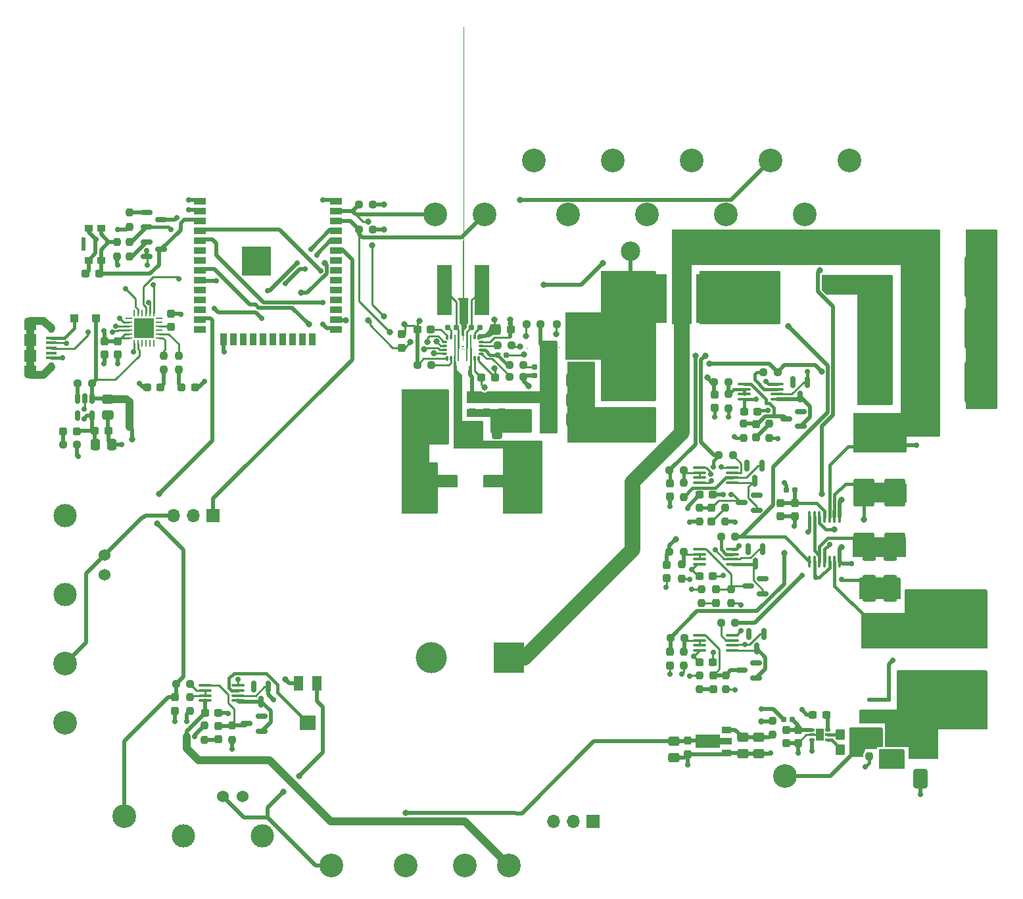
<source format=gbr>
%TF.GenerationSoftware,KiCad,Pcbnew,7.0.8*%
%TF.CreationDate,2024-02-01T17:09:57-05:00*%
%TF.ProjectId,cc_laser_supply_rev-B,63635f6c-6173-4657-925f-737570706c79,rev?*%
%TF.SameCoordinates,Original*%
%TF.FileFunction,Copper,L1,Top*%
%TF.FilePolarity,Positive*%
%FSLAX46Y46*%
G04 Gerber Fmt 4.6, Leading zero omitted, Abs format (unit mm)*
G04 Created by KiCad (PCBNEW 7.0.8) date 2024-02-01 17:09:57*
%MOMM*%
%LPD*%
G01*
G04 APERTURE LIST*
G04 Aperture macros list*
%AMRoundRect*
0 Rectangle with rounded corners*
0 $1 Rounding radius*
0 $2 $3 $4 $5 $6 $7 $8 $9 X,Y pos of 4 corners*
0 Add a 4 corners polygon primitive as box body*
4,1,4,$2,$3,$4,$5,$6,$7,$8,$9,$2,$3,0*
0 Add four circle primitives for the rounded corners*
1,1,$1+$1,$2,$3*
1,1,$1+$1,$4,$5*
1,1,$1+$1,$6,$7*
1,1,$1+$1,$8,$9*
0 Add four rect primitives between the rounded corners*
20,1,$1+$1,$2,$3,$4,$5,0*
20,1,$1+$1,$4,$5,$6,$7,0*
20,1,$1+$1,$6,$7,$8,$9,0*
20,1,$1+$1,$8,$9,$2,$3,0*%
%AMFreePoly0*
4,1,9,3.862500,-0.866500,0.737500,-0.866500,0.737500,-0.450000,-0.737500,-0.450000,-0.737500,0.450000,0.737500,0.450000,0.737500,0.866500,3.862500,0.866500,3.862500,-0.866500,3.862500,-0.866500,$1*%
%AMFreePoly1*
4,1,225,0.080760,1.704684,0.081581,1.704743,0.083812,1.704000,0.085000,1.704000,0.085760,1.703684,0.086581,1.703743,0.088812,1.703000,0.090000,1.703000,0.090760,1.702684,0.091581,1.702743,0.094581,1.701744,0.094863,1.701498,0.095236,1.701472,0.096919,1.700630,0.099581,1.699744,0.100459,1.698982,0.101536,1.698536,0.102962,1.697108,0.104236,1.696472,0.104774,1.695851,
0.105536,1.695536,0.106962,1.694108,0.108236,1.693472,0.108774,1.692851,0.109536,1.692536,0.117535,1.684536,0.117850,1.683775,0.118472,1.683236,0.119108,1.681963,0.120535,1.680536,0.120850,1.679775,0.121472,1.679236,0.122108,1.677963,0.123535,1.676536,0.123980,1.675460,0.124743,1.674581,0.125630,1.671920,0.126472,1.670236,0.126498,1.669862,0.126743,1.669581,
0.127743,1.666581,0.127684,1.665760,0.128000,1.665000,0.128000,1.663810,0.128743,1.661581,0.128684,1.660760,0.129000,1.660000,0.129000,1.658810,0.129743,1.656581,0.129684,1.655760,0.130000,1.655000,0.130000,1.180000,0.165000,1.180000,0.168536,1.178536,0.170000,1.175000,0.170000,-1.175000,0.168536,-1.178536,0.165000,-1.180000,0.130000,-1.180000,0.130000,-1.655000,
0.129684,-1.655760,0.129743,-1.656581,0.129000,-1.658810,0.129000,-1.660000,0.128684,-1.660760,0.128743,-1.661581,0.128000,-1.663810,0.128000,-1.665000,0.127684,-1.665760,0.127743,-1.666581,0.126743,-1.669581,0.126498,-1.669862,0.126472,-1.670236,0.125630,-1.671920,0.124743,-1.674581,0.123980,-1.675460,0.123535,-1.676536,0.122108,-1.677963,0.121472,-1.679236,0.120850,-1.679775,
0.120535,-1.680536,0.119108,-1.681963,0.118472,-1.683236,0.117850,-1.683775,0.117535,-1.684536,0.109536,-1.692536,0.108774,-1.692851,0.108236,-1.693472,0.106962,-1.694108,0.105536,-1.695536,0.104774,-1.695851,0.104236,-1.696472,0.102962,-1.697108,0.101536,-1.698536,0.100459,-1.698982,0.099581,-1.699744,0.096919,-1.700630,0.095236,-1.701472,0.094863,-1.701498,0.094581,-1.701744,
0.091581,-1.702743,0.090760,-1.702684,0.090000,-1.703000,0.088812,-1.703000,0.086581,-1.703743,0.085760,-1.703684,0.085000,-1.704000,0.083812,-1.704000,0.081581,-1.704743,0.080760,-1.704684,0.080000,-1.705000,-0.080000,-1.705000,-0.080760,-1.704684,-0.081581,-1.704743,-0.083810,-1.704000,-0.085000,-1.704000,-0.085760,-1.703684,-0.086581,-1.703743,-0.088810,-1.703000,-0.090000,-1.703000,
-0.090760,-1.702684,-0.091581,-1.702743,-0.094581,-1.701743,-0.094862,-1.701498,-0.095236,-1.701472,-0.096920,-1.700630,-0.099581,-1.699743,-0.100460,-1.698980,-0.101536,-1.698535,-0.102963,-1.697108,-0.104236,-1.696472,-0.104775,-1.695850,-0.105536,-1.695535,-0.106963,-1.694108,-0.108236,-1.693472,-0.108775,-1.692850,-0.109536,-1.692535,-0.117536,-1.684536,-0.117851,-1.683774,-0.118472,-1.683236,
-0.119108,-1.681962,-0.120536,-1.680536,-0.120851,-1.679774,-0.121472,-1.679236,-0.122108,-1.677962,-0.123536,-1.676536,-0.123982,-1.675459,-0.124744,-1.674581,-0.125630,-1.671919,-0.126472,-1.670236,-0.126498,-1.669863,-0.126744,-1.669581,-0.127743,-1.666581,-0.127684,-1.665760,-0.128000,-1.665000,-0.128000,-1.663812,-0.128743,-1.661581,-0.128684,-1.660760,-0.129000,-1.660000,-0.129000,-1.658812,
-0.129743,-1.656581,-0.129684,-1.655760,-0.130000,-1.655000,-0.130000,-1.180000,-0.165000,-1.180000,-0.168536,-1.178536,-0.170000,-1.175000,-0.170000,1.175000,-0.168536,1.178536,-0.165000,1.180000,-0.130000,1.180000,-0.130000,1.655000,-0.129684,1.655760,-0.129743,1.656581,-0.129000,1.658812,-0.129000,1.660000,-0.128684,1.660760,-0.128743,1.661581,-0.128000,1.663812,-0.128000,1.665000,
-0.127684,1.665760,-0.127743,1.666581,-0.126744,1.669581,-0.126498,1.669863,-0.126472,1.670236,-0.125630,1.671919,-0.124744,1.674581,-0.123982,1.675459,-0.123536,1.676536,-0.122108,1.677962,-0.121472,1.679236,-0.120851,1.679774,-0.120536,1.680536,-0.119108,1.681962,-0.118472,1.683236,-0.117851,1.683774,-0.117536,1.684536,-0.109536,1.692535,-0.108775,1.692850,-0.108236,1.693472,
-0.106963,1.694108,-0.105536,1.695535,-0.104775,1.695850,-0.104236,1.696472,-0.102963,1.697108,-0.101536,1.698535,-0.100460,1.698980,-0.099581,1.699743,-0.096920,1.700630,-0.095236,1.701472,-0.094862,1.701498,-0.094581,1.701743,-0.091581,1.702743,-0.090760,1.702684,-0.090000,1.703000,-0.088810,1.703000,-0.086581,1.703743,-0.085760,1.703684,-0.085000,1.704000,-0.083810,1.704000,
-0.081581,1.704743,-0.080760,1.704684,-0.080000,1.705000,0.080000,1.705000,0.080760,1.704684,0.080760,1.704684,$1*%
G04 Aperture macros list end*
%TA.AperFunction,ComponentPad*%
%ADD10C,3.048000*%
%TD*%
%TA.AperFunction,SMDPad,CuDef*%
%ADD11RoundRect,0.237500X0.237500X-0.300000X0.237500X0.300000X-0.237500X0.300000X-0.237500X-0.300000X0*%
%TD*%
%TA.AperFunction,SMDPad,CuDef*%
%ADD12R,3.810000X1.498600*%
%TD*%
%TA.AperFunction,SMDPad,CuDef*%
%ADD13RoundRect,0.237500X-0.237500X0.250000X-0.237500X-0.250000X0.237500X-0.250000X0.237500X0.250000X0*%
%TD*%
%TA.AperFunction,SMDPad,CuDef*%
%ADD14RoundRect,0.150000X0.587500X0.150000X-0.587500X0.150000X-0.587500X-0.150000X0.587500X-0.150000X0*%
%TD*%
%TA.AperFunction,SMDPad,CuDef*%
%ADD15RoundRect,0.237500X-0.300000X-0.237500X0.300000X-0.237500X0.300000X0.237500X-0.300000X0.237500X0*%
%TD*%
%TA.AperFunction,SMDPad,CuDef*%
%ADD16RoundRect,0.237500X-0.237500X0.300000X-0.237500X-0.300000X0.237500X-0.300000X0.237500X0.300000X0*%
%TD*%
%TA.AperFunction,SMDPad,CuDef*%
%ADD17RoundRect,0.249999X-1.075001X0.450001X-1.075001X-0.450001X1.075001X-0.450001X1.075001X0.450001X0*%
%TD*%
%TA.AperFunction,SMDPad,CuDef*%
%ADD18RoundRect,0.237500X0.300000X0.237500X-0.300000X0.237500X-0.300000X-0.237500X0.300000X-0.237500X0*%
%TD*%
%TA.AperFunction,SMDPad,CuDef*%
%ADD19RoundRect,0.250000X-0.650000X1.000000X-0.650000X-1.000000X0.650000X-1.000000X0.650000X1.000000X0*%
%TD*%
%TA.AperFunction,SMDPad,CuDef*%
%ADD20RoundRect,0.237500X-0.250000X-0.237500X0.250000X-0.237500X0.250000X0.237500X-0.250000X0.237500X0*%
%TD*%
%TA.AperFunction,SMDPad,CuDef*%
%ADD21R,0.310000X0.850000*%
%TD*%
%TA.AperFunction,SMDPad,CuDef*%
%ADD22R,2.950000X0.654000*%
%TD*%
%TA.AperFunction,SMDPad,CuDef*%
%ADD23R,2.200000X0.850000*%
%TD*%
%TA.AperFunction,SMDPad,CuDef*%
%ADD24RoundRect,0.237500X0.250000X0.237500X-0.250000X0.237500X-0.250000X-0.237500X0.250000X-0.237500X0*%
%TD*%
%TA.AperFunction,SMDPad,CuDef*%
%ADD25RoundRect,0.237500X-0.287500X-0.237500X0.287500X-0.237500X0.287500X0.237500X-0.287500X0.237500X0*%
%TD*%
%TA.AperFunction,SMDPad,CuDef*%
%ADD26RoundRect,0.250000X-0.625000X0.400000X-0.625000X-0.400000X0.625000X-0.400000X0.625000X0.400000X0*%
%TD*%
%TA.AperFunction,SMDPad,CuDef*%
%ADD27RoundRect,0.125000X-0.125000X0.125000X-0.125000X-0.125000X0.125000X-0.125000X0.125000X0.125000X0*%
%TD*%
%TA.AperFunction,SMDPad,CuDef*%
%ADD28RoundRect,0.237500X0.237500X-0.250000X0.237500X0.250000X-0.237500X0.250000X-0.237500X-0.250000X0*%
%TD*%
%TA.AperFunction,SMDPad,CuDef*%
%ADD29RoundRect,0.250000X-0.475000X0.337500X-0.475000X-0.337500X0.475000X-0.337500X0.475000X0.337500X0*%
%TD*%
%TA.AperFunction,SMDPad,CuDef*%
%ADD30R,0.690000X0.320000*%
%TD*%
%TA.AperFunction,SMDPad,CuDef*%
%ADD31R,1.000000X1.600000*%
%TD*%
%TA.AperFunction,SMDPad,CuDef*%
%ADD32RoundRect,0.100000X0.712500X0.100000X-0.712500X0.100000X-0.712500X-0.100000X0.712500X-0.100000X0*%
%TD*%
%TA.AperFunction,SMDPad,CuDef*%
%ADD33RoundRect,0.100000X-0.100000X0.637500X-0.100000X-0.637500X0.100000X-0.637500X0.100000X0.637500X0*%
%TD*%
%TA.AperFunction,ComponentPad*%
%ADD34R,4.000000X4.000000*%
%TD*%
%TA.AperFunction,ComponentPad*%
%ADD35C,4.000000*%
%TD*%
%TA.AperFunction,SMDPad,CuDef*%
%ADD36R,1.000000X0.900000*%
%TD*%
%TA.AperFunction,SMDPad,CuDef*%
%ADD37R,0.550000X1.700000*%
%TD*%
%TA.AperFunction,SMDPad,CuDef*%
%ADD38RoundRect,0.250000X-0.412500X-0.650000X0.412500X-0.650000X0.412500X0.650000X-0.412500X0.650000X0*%
%TD*%
%TA.AperFunction,SMDPad,CuDef*%
%ADD39RoundRect,0.150000X-0.150000X0.512500X-0.150000X-0.512500X0.150000X-0.512500X0.150000X0.512500X0*%
%TD*%
%TA.AperFunction,WasherPad*%
%ADD40C,3.000000*%
%TD*%
%TA.AperFunction,ComponentPad*%
%ADD41C,1.524000*%
%TD*%
%TA.AperFunction,SMDPad,CuDef*%
%ADD42RoundRect,0.250000X-0.650000X-2.450000X0.650000X-2.450000X0.650000X2.450000X-0.650000X2.450000X0*%
%TD*%
%TA.AperFunction,SMDPad,CuDef*%
%ADD43RoundRect,0.155000X-0.212500X-0.155000X0.212500X-0.155000X0.212500X0.155000X-0.212500X0.155000X0*%
%TD*%
%TA.AperFunction,SMDPad,CuDef*%
%ADD44RoundRect,0.150000X-0.150000X0.587500X-0.150000X-0.587500X0.150000X-0.587500X0.150000X0.587500X0*%
%TD*%
%TA.AperFunction,SMDPad,CuDef*%
%ADD45R,1.300000X1.900000*%
%TD*%
%TA.AperFunction,SMDPad,CuDef*%
%ADD46R,2.000000X1.900000*%
%TD*%
%TA.AperFunction,SMDPad,CuDef*%
%ADD47RoundRect,0.250000X0.300000X0.300000X-0.300000X0.300000X-0.300000X-0.300000X0.300000X-0.300000X0*%
%TD*%
%TA.AperFunction,SMDPad,CuDef*%
%ADD48RoundRect,0.250000X0.650000X2.450000X-0.650000X2.450000X-0.650000X-2.450000X0.650000X-2.450000X0*%
%TD*%
%TA.AperFunction,SMDPad,CuDef*%
%ADD49RoundRect,0.250000X-0.350000X-0.450000X0.350000X-0.450000X0.350000X0.450000X-0.350000X0.450000X0*%
%TD*%
%TA.AperFunction,SMDPad,CuDef*%
%ADD50R,1.920000X6.500000*%
%TD*%
%TA.AperFunction,SMDPad,CuDef*%
%ADD51RoundRect,0.062500X-0.350000X-0.062500X0.350000X-0.062500X0.350000X0.062500X-0.350000X0.062500X0*%
%TD*%
%TA.AperFunction,SMDPad,CuDef*%
%ADD52RoundRect,0.062500X-0.062500X-0.350000X0.062500X-0.350000X0.062500X0.350000X-0.062500X0.350000X0*%
%TD*%
%TA.AperFunction,SMDPad,CuDef*%
%ADD53R,2.600000X2.600000*%
%TD*%
%TA.AperFunction,SMDPad,CuDef*%
%ADD54C,2.500000*%
%TD*%
%TA.AperFunction,SMDPad,CuDef*%
%ADD55RoundRect,0.150000X-0.587500X-0.150000X0.587500X-0.150000X0.587500X0.150000X-0.587500X0.150000X0*%
%TD*%
%TA.AperFunction,SMDPad,CuDef*%
%ADD56RoundRect,0.155000X0.212500X0.155000X-0.212500X0.155000X-0.212500X-0.155000X0.212500X-0.155000X0*%
%TD*%
%TA.AperFunction,SMDPad,CuDef*%
%ADD57R,1.300000X0.900000*%
%TD*%
%TA.AperFunction,SMDPad,CuDef*%
%ADD58FreePoly0,180.000000*%
%TD*%
%TA.AperFunction,SMDPad,CuDef*%
%ADD59R,1.350000X0.400000*%
%TD*%
%TA.AperFunction,ComponentPad*%
%ADD60O,1.550000X0.890000*%
%TD*%
%TA.AperFunction,SMDPad,CuDef*%
%ADD61R,1.550000X1.200000*%
%TD*%
%TA.AperFunction,ComponentPad*%
%ADD62O,0.950000X1.250000*%
%TD*%
%TA.AperFunction,SMDPad,CuDef*%
%ADD63R,1.550000X1.500000*%
%TD*%
%TA.AperFunction,ComponentPad*%
%ADD64R,1.700000X1.700000*%
%TD*%
%TA.AperFunction,ComponentPad*%
%ADD65O,1.700000X1.700000*%
%TD*%
%TA.AperFunction,SMDPad,CuDef*%
%ADD66RoundRect,0.250000X-0.337500X-0.475000X0.337500X-0.475000X0.337500X0.475000X-0.337500X0.475000X0*%
%TD*%
%TA.AperFunction,SMDPad,CuDef*%
%ADD67R,2.540000X6.350000*%
%TD*%
%TA.AperFunction,SMDPad,CuDef*%
%ADD68RoundRect,0.237500X0.287500X0.237500X-0.287500X0.237500X-0.287500X-0.237500X0.287500X-0.237500X0*%
%TD*%
%TA.AperFunction,SMDPad,CuDef*%
%ADD69RoundRect,0.250000X-0.550000X1.500000X-0.550000X-1.500000X0.550000X-1.500000X0.550000X1.500000X0*%
%TD*%
%TA.AperFunction,SMDPad,CuDef*%
%ADD70R,1.500000X0.900000*%
%TD*%
%TA.AperFunction,SMDPad,CuDef*%
%ADD71R,0.900000X1.500000*%
%TD*%
%TA.AperFunction,SMDPad,CuDef*%
%ADD72R,0.900000X0.900000*%
%TD*%
%TA.AperFunction,HeatsinkPad*%
%ADD73C,0.600000*%
%TD*%
%TA.AperFunction,SMDPad,CuDef*%
%ADD74R,3.800000X3.800000*%
%TD*%
%TA.AperFunction,SMDPad,CuDef*%
%ADD75RoundRect,0.250000X-0.400000X-0.625000X0.400000X-0.625000X0.400000X0.625000X-0.400000X0.625000X0*%
%TD*%
%TA.AperFunction,SMDPad,CuDef*%
%ADD76RoundRect,0.012500X-0.287500X-0.112500X0.287500X-0.112500X0.287500X0.112500X-0.287500X0.112500X0*%
%TD*%
%TA.AperFunction,SMDPad,CuDef*%
%ADD77RoundRect,0.032500X-0.092500X-0.292500X0.092500X-0.292500X0.092500X0.292500X-0.092500X0.292500X0*%
%TD*%
%TA.AperFunction,SMDPad,CuDef*%
%ADD78RoundRect,0.030000X-0.095000X-0.270000X0.095000X-0.270000X0.095000X0.270000X-0.095000X0.270000X0*%
%TD*%
%TA.AperFunction,SMDPad,CuDef*%
%ADD79RoundRect,0.125000X0.000000X-1.575000X0.000000X-1.575000X0.000000X1.575000X0.000000X1.575000X0*%
%TD*%
%TA.AperFunction,SMDPad,CuDef*%
%ADD80FreePoly1,0.000000*%
%TD*%
%TA.AperFunction,SMDPad,CuDef*%
%ADD81RoundRect,0.155000X-0.155000X0.212500X-0.155000X-0.212500X0.155000X-0.212500X0.155000X0.212500X0*%
%TD*%
%TA.AperFunction,ViaPad*%
%ADD82C,0.800000*%
%TD*%
%TA.AperFunction,ViaPad*%
%ADD83C,0.700000*%
%TD*%
%TA.AperFunction,Conductor*%
%ADD84C,0.508000*%
%TD*%
%TA.AperFunction,Conductor*%
%ADD85C,0.381000*%
%TD*%
%TA.AperFunction,Conductor*%
%ADD86C,0.254000*%
%TD*%
%TA.AperFunction,Conductor*%
%ADD87C,1.016000*%
%TD*%
%TA.AperFunction,Conductor*%
%ADD88C,2.032000*%
%TD*%
G04 APERTURE END LIST*
D10*
%TO.P,TP15,1,1*%
%TO.N,VIN*%
X127000000Y-144145000D03*
%TD*%
D11*
%TO.P,C14,1*%
%TO.N,GND*%
X177165000Y-99160500D03*
%TO.P,C14,2*%
%TO.N,Net-(U4A-VCC)*%
X177165000Y-97435500D03*
%TD*%
D12*
%TO.P,C45,1*%
%TO.N,+5V*%
X138964500Y-94627000D03*
%TO.P,C45,2*%
%TO.N,GND*%
X131750900Y-94627000D03*
%TD*%
D13*
%TO.P,R35,1*%
%TO.N,Net-(C31-Pad2)*%
X168148000Y-98020500D03*
%TO.P,R35,2*%
%TO.N,GND*%
X168148000Y-99845500D03*
%TD*%
D14*
%TO.P,D15,1,A*%
%TO.N,Net-(D14-K)*%
X173022500Y-109105500D03*
%TO.P,D15,2,NC*%
%TO.N,unconnected-(D15-NC-Pad2)*%
X173022500Y-107205500D03*
%TO.P,D15,3,K*%
%TO.N,Net-(D15-K)*%
X171147500Y-108155500D03*
%TD*%
D15*
%TO.P,C32,1*%
%TO.N,+5V*%
X164872500Y-106885500D03*
%TO.P,C32,2*%
%TO.N,GND*%
X166597500Y-106885500D03*
%TD*%
D16*
%TO.P,C36,1*%
%TO.N,ADC_20A*%
X161036000Y-116612500D03*
%TO.P,C36,2*%
%TO.N,GND*%
X161036000Y-118337500D03*
%TD*%
D17*
%TO.P,R15,1*%
%TO.N,Net-(U4A--)*%
X190030000Y-97168000D03*
%TO.P,R15,2*%
%TO.N,Net-(U4B--)*%
X190030000Y-101968000D03*
%TD*%
D16*
%TO.P,C31,1*%
%TO.N,Net-(D13-K)*%
X166370000Y-98070500D03*
%TO.P,C31,2*%
%TO.N,Net-(C31-Pad2)*%
X166370000Y-99795500D03*
%TD*%
%TO.P,C34,1*%
%TO.N,Net-(D15-K)*%
X167005000Y-108563000D03*
%TO.P,C34,2*%
%TO.N,Net-(C34-Pad2)*%
X167005000Y-110288000D03*
%TD*%
D18*
%TO.P,C42,1*%
%TO.N,+5V*%
X133821000Y-87134000D03*
%TO.P,C42,2*%
%TO.N,GND*%
X132096000Y-87134000D03*
%TD*%
D19*
%TO.P,D7,1,K*%
%TO.N,Net-(D5-A)*%
X193294000Y-128937000D03*
%TO.P,D7,2,A*%
%TO.N,GND*%
X193294000Y-132937000D03*
%TD*%
D20*
%TO.P,R6,1*%
%TO.N,SCL*%
X121007500Y-62230000D03*
%TO.P,R6,2*%
%TO.N,+3V3*%
X122832500Y-62230000D03*
%TD*%
D10*
%TO.P,TP9,1,1*%
%TO.N,/GaN FET and Current Sensing/sig_ext*%
X83185000Y-118110000D03*
%TD*%
%TO.P,TP21,1,1*%
%TO.N,ADC_20A*%
X173990000Y-53340000D03*
%TD*%
D21*
%TO.P,Q3,1,G*%
%TO.N,/GaN FET and Current Sensing/vgate*%
X188164000Y-128360000D03*
D22*
%TO.P,Q3,2,S*%
%TO.N,GND*%
X189484000Y-129555000D03*
D23*
%TO.P,Q3,3,D*%
%TO.N,Net-(D5-A)*%
X189859000Y-128360000D03*
%TD*%
D11*
%TO.P,C15,1*%
%TO.N,GND*%
X175260000Y-99160500D03*
%TO.P,C15,2*%
%TO.N,Net-(U4A-VCC)*%
X175260000Y-97435500D03*
%TD*%
D15*
%TO.P,C23,1*%
%TO.N,+5V*%
X170634000Y-85654000D03*
%TO.P,C23,2*%
%TO.N,GND*%
X172359000Y-85654000D03*
%TD*%
D20*
%TO.P,R33,1*%
%TO.N,SENSE_5A*%
X167362500Y-91313000D03*
%TO.P,R33,2*%
%TO.N,Net-(U9A-+)*%
X169187500Y-91313000D03*
%TD*%
D24*
%TO.P,R42,1*%
%TO.N,Net-(U11B--)*%
X162964500Y-114808000D03*
%TO.P,R42,2*%
%TO.N,ADC_20A*%
X161139500Y-114808000D03*
%TD*%
D15*
%TO.P,C2,1*%
%TO.N,+3V3*%
X87021500Y-88138000D03*
%TO.P,C2,2*%
%TO.N,GND*%
X88746500Y-88138000D03*
%TD*%
D25*
%TO.P,D3,1,K*%
%TO.N,Net-(D3-K)*%
X98185000Y-82550000D03*
%TO.P,D3,2,A*%
%TO.N,+3V3*%
X99935000Y-82550000D03*
%TD*%
D20*
%TO.P,R51,1*%
%TO.N,/Buck Boost Supply/ISN*%
X146511000Y-74422000D03*
%TO.P,R51,2*%
%TO.N,/Buck Boost Supply/tps_out*%
X148336000Y-74422000D03*
%TD*%
D26*
%TO.P,R18,1*%
%TO.N,Net-(U4B--)*%
X186690000Y-104241000D03*
%TO.P,R18,2*%
%TO.N,Net-(U4C--)*%
X186690000Y-107341000D03*
%TD*%
D27*
%TO.P,D6,1,K*%
%TO.N,VCAP*%
X186690000Y-122768000D03*
%TO.P,D6,2,A*%
%TO.N,Net-(D5-A)*%
X186690000Y-124968000D03*
%TD*%
D24*
%TO.P,R32,1*%
%TO.N,Net-(U9B--)*%
X162837500Y-93218000D03*
%TO.P,R32,2*%
%TO.N,ADC_5A*%
X161012500Y-93218000D03*
%TD*%
D28*
%TO.P,R41,1*%
%TO.N,Net-(D16-A)*%
X162814000Y-118387500D03*
%TO.P,R41,2*%
%TO.N,Net-(U11B--)*%
X162814000Y-116562500D03*
%TD*%
D26*
%TO.P,R19,1*%
%TO.N,Net-(U4C--)*%
X189460000Y-109448000D03*
%TO.P,R19,2*%
%TO.N,/GaN FET and Current Sensing/sense_out*%
X189460000Y-112548000D03*
%TD*%
D28*
%TO.P,R1,1*%
%TO.N,/ESP32/RTS*%
X91440000Y-61872500D03*
%TO.P,R1,2*%
%TO.N,Net-(Q1-Pad1)*%
X91440000Y-60047500D03*
%TD*%
D10*
%TO.P,TP22,1,1*%
%TO.N,Net-(J3-In)*%
X117475000Y-144145000D03*
%TD*%
D28*
%TO.P,R36,1*%
%TO.N,Net-(D14-A)*%
X162560000Y-107163000D03*
%TO.P,R36,2*%
%TO.N,Net-(U10B--)*%
X162560000Y-105338000D03*
%TD*%
D29*
%TO.P,C19,1*%
%TO.N,VIN*%
X161544000Y-128121500D03*
%TO.P,C19,2*%
%TO.N,GND*%
X161544000Y-130196500D03*
%TD*%
D10*
%TO.P,TP17,1,1*%
%TO.N,ADC_1A*%
X143510000Y-53340000D03*
%TD*%
D30*
%TO.P,U5,1,VDD*%
%TO.N,Net-(U5-VDD)*%
X179320000Y-126625500D03*
%TO.P,U5,2,IN-*%
%TO.N,GND*%
X179320000Y-127275500D03*
%TO.P,U5,3,IN+*%
%TO.N,/GaN FET and Current Sensing/in+*%
X179320000Y-127925500D03*
%TO.P,U5,4,OUTL*%
%TO.N,/GaN FET and Current Sensing/OUTL*%
X181360000Y-127925500D03*
%TO.P,U5,5,OUTH*%
%TO.N,/GaN FET and Current Sensing/OUTH*%
X181360000Y-127275500D03*
%TO.P,U5,6,VREF*%
%TO.N,/GaN FET and Current Sensing/vref*%
X181360000Y-126625500D03*
D31*
%TO.P,U5,7,GND_PAD*%
%TO.N,GND*%
X180340000Y-127275500D03*
%TD*%
D24*
%TO.P,R4,1*%
%TO.N,GND*%
X84732500Y-89916000D03*
%TO.P,R4,2*%
%TO.N,Net-(D1-K)*%
X82907500Y-89916000D03*
%TD*%
D16*
%TO.P,C16,1*%
%TO.N,Net-(U5-VDD)*%
X176022000Y-126640500D03*
%TO.P,C16,2*%
%TO.N,GND*%
X176022000Y-128365500D03*
%TD*%
%TO.P,C53,1*%
%TO.N,/Buck Boost Supply/Vout*%
X135546000Y-84086000D03*
%TO.P,C53,2*%
%TO.N,GND*%
X135546000Y-85811000D03*
%TD*%
D10*
%TO.P,TP16,1,1*%
%TO.N,GND*%
X134620000Y-144145000D03*
%TD*%
D32*
%TO.P,U9,1*%
%TO.N,Net-(D12-K)*%
X169117500Y-94828000D03*
%TO.P,U9,2,-*%
%TO.N,Net-(D12-A)*%
X169117500Y-94178000D03*
%TO.P,U9,3,+*%
%TO.N,Net-(U9A-+)*%
X169117500Y-93528000D03*
%TO.P,U9,4,V-*%
%TO.N,GND*%
X169117500Y-92878000D03*
%TO.P,U9,5,+*%
%TO.N,Net-(D13-K)*%
X164892500Y-92878000D03*
%TO.P,U9,6,-*%
%TO.N,Net-(U9B--)*%
X164892500Y-93528000D03*
%TO.P,U9,7*%
X164892500Y-94178000D03*
%TO.P,U9,8,V+*%
%TO.N,+5V*%
X164892500Y-94828000D03*
%TD*%
D33*
%TO.P,U4,1*%
%TO.N,SENSE_1A*%
X182925000Y-99245500D03*
%TO.P,U4,2,-*%
%TO.N,Net-(U4A--)*%
X182275000Y-99245500D03*
%TO.P,U4,3,+*%
%TO.N,VCAP*%
X181625000Y-99245500D03*
%TO.P,U4,4,VCC*%
%TO.N,Net-(U4A-VCC)*%
X180975000Y-99245500D03*
%TO.P,U4,5,+*%
%TO.N,Net-(U4A--)*%
X180325000Y-99245500D03*
%TO.P,U4,6,-*%
%TO.N,Net-(U4B--)*%
X179675000Y-99245500D03*
%TO.P,U4,7*%
%TO.N,SENSE_5A*%
X179025000Y-99245500D03*
%TO.P,U4,8*%
%TO.N,SENSE_10A*%
X179025000Y-104970500D03*
%TO.P,U4,9,-*%
%TO.N,Net-(U4C--)*%
X179675000Y-104970500D03*
%TO.P,U4,10,+*%
%TO.N,Net-(U4B--)*%
X180325000Y-104970500D03*
%TO.P,U4,11,GND*%
%TO.N,GND*%
X180975000Y-104970500D03*
%TO.P,U4,12,+*%
%TO.N,Net-(U4C--)*%
X181625000Y-104970500D03*
%TO.P,U4,13,-*%
%TO.N,/GaN FET and Current Sensing/sense_out*%
X182275000Y-104970500D03*
%TO.P,U4,14*%
%TO.N,SENSE_20A*%
X182925000Y-104970500D03*
%TD*%
D13*
%TO.P,R29,1*%
%TO.N,Net-(C27-Pad2)*%
X173875500Y-87225500D03*
%TO.P,R29,2*%
%TO.N,GND*%
X173875500Y-89050500D03*
%TD*%
D26*
%TO.P,R20,1*%
%TO.N,Net-(U4C--)*%
X186690000Y-109448000D03*
%TO.P,R20,2*%
%TO.N,/GaN FET and Current Sensing/sense_out*%
X186690000Y-112548000D03*
%TD*%
D34*
%TO.P,C13,1*%
%TO.N,VCAP*%
X140320499Y-117348000D03*
D35*
%TO.P,C13,2*%
%TO.N,GND*%
X130320499Y-117348000D03*
%TD*%
D36*
%TO.P,SW1,1,1*%
%TO.N,GND*%
X86195000Y-66185000D03*
X86195000Y-62085000D03*
%TO.P,SW1,2,2*%
%TO.N,/ESP32/RESET*%
X87795000Y-66185000D03*
X87795000Y-62085000D03*
D37*
%TO.P,SW1,SH*%
%TO.N,N/C*%
X85570000Y-64135000D03*
%TD*%
D38*
%TO.P,C56,1*%
%TO.N,/Buck Boost Supply/Vout*%
X145249500Y-81620126D03*
%TO.P,C56,2*%
%TO.N,GND*%
X148374500Y-81620126D03*
%TD*%
D10*
%TO.P,TP18,1,1*%
%TO.N,OPT_IN_ADC*%
X90805000Y-137795000D03*
%TD*%
D39*
%TO.P,U1,1,VIN*%
%TO.N,VBUS*%
X86675000Y-83952500D03*
%TO.P,U1,2,GND*%
%TO.N,GND*%
X85725000Y-83952500D03*
%TO.P,U1,3,EN*%
%TO.N,Net-(U1-EN)*%
X84775000Y-83952500D03*
%TO.P,U1,4,NC*%
%TO.N,unconnected-(U1-NC-Pad4)*%
X84775000Y-86227500D03*
%TO.P,U1,5,VOUT*%
%TO.N,+3V3*%
X86675000Y-86227500D03*
%TD*%
D20*
%TO.P,R7,1*%
%TO.N,SDA*%
X121007500Y-59055000D03*
%TO.P,R7,2*%
%TO.N,+3V3*%
X122832500Y-59055000D03*
%TD*%
D40*
%TO.P,J3,*%
%TO.N,*%
X98425000Y-140335000D03*
X108585000Y-140335000D03*
D41*
%TO.P,J3,1,In*%
%TO.N,Net-(J3-In)*%
X103505000Y-135255000D03*
%TO.P,J3,2,Ext*%
%TO.N,GND*%
X106045000Y-135255000D03*
%TD*%
D42*
%TO.P,C11,1*%
%TO.N,VCAP*%
X194808000Y-68326000D03*
%TO.P,C11,2*%
%TO.N,GND*%
X199908000Y-68326000D03*
%TD*%
D43*
%TO.P,FB1,1*%
%TO.N,+3V3*%
X176030000Y-95758000D03*
%TO.P,FB1,2*%
%TO.N,Net-(U4A-VCC)*%
X177165000Y-95758000D03*
%TD*%
D44*
%TO.P,D16,1,A*%
%TO.N,Net-(D16-A)*%
X173162000Y-114330000D03*
%TO.P,D16,2,NC*%
%TO.N,unconnected-(D16-NC-Pad2)*%
X171262000Y-114330000D03*
%TO.P,D16,3,K*%
%TO.N,Net-(D16-K)*%
X172212000Y-116205000D03*
%TD*%
D29*
%TO.P,C21,1*%
%TO.N,/GaN FET and Current Sensing/vout_5v*%
X170434000Y-127635000D03*
%TO.P,C21,2*%
%TO.N,GND*%
X170434000Y-129710000D03*
%TD*%
D38*
%TO.P,C54,1*%
%TO.N,/Buck Boost Supply/Vout*%
X145249500Y-86700126D03*
%TO.P,C54,2*%
%TO.N,GND*%
X148374500Y-86700126D03*
%TD*%
D45*
%TO.P,RV1,1,1*%
%TO.N,Net-(J3-In)*%
X115570000Y-120650000D03*
D46*
%TO.P,RV1,2,2*%
%TO.N,Net-(U8A-+)*%
X114420000Y-125750000D03*
D45*
%TO.P,RV1,3,3*%
%TO.N,GND*%
X113270000Y-120650000D03*
%TD*%
D16*
%TO.P,C27,1*%
%TO.N,Net-(D10-K)*%
X172178000Y-87275500D03*
%TO.P,C27,2*%
%TO.N,Net-(C27-Pad2)*%
X172178000Y-89000500D03*
%TD*%
%TO.P,C51,1*%
%TO.N,/Buck Boost Supply/Vout*%
X139356000Y-84086000D03*
%TO.P,C51,2*%
%TO.N,GND*%
X139356000Y-85811000D03*
%TD*%
%TO.P,C37,1*%
%TO.N,Net-(D17-K)*%
X166624000Y-119660500D03*
%TO.P,C37,2*%
%TO.N,Net-(C37-Pad2)*%
X166624000Y-121385500D03*
%TD*%
D32*
%TO.P,U11,1*%
%TO.N,Net-(D16-K)*%
X169117500Y-116418000D03*
%TO.P,U11,2,-*%
%TO.N,Net-(D16-A)*%
X169117500Y-115768000D03*
%TO.P,U11,3,+*%
%TO.N,Net-(U11A-+)*%
X169117500Y-115118000D03*
%TO.P,U11,4,V-*%
%TO.N,GND*%
X169117500Y-114468000D03*
%TO.P,U11,5,+*%
%TO.N,Net-(D17-K)*%
X164892500Y-114468000D03*
%TO.P,U11,6,-*%
%TO.N,Net-(U11B--)*%
X164892500Y-115118000D03*
%TO.P,U11,7*%
X164892500Y-115768000D03*
%TO.P,U11,8,V+*%
%TO.N,+5V*%
X164892500Y-116418000D03*
%TD*%
%TO.P,U10,1*%
%TO.N,Net-(D14-K)*%
X169117500Y-105320500D03*
%TO.P,U10,2,-*%
%TO.N,Net-(D14-A)*%
X169117500Y-104670500D03*
%TO.P,U10,3,+*%
%TO.N,Net-(U10A-+)*%
X169117500Y-104020500D03*
%TO.P,U10,4,V-*%
%TO.N,GND*%
X169117500Y-103370500D03*
%TO.P,U10,5,+*%
%TO.N,Net-(D15-K)*%
X164892500Y-103370500D03*
%TO.P,U10,6,-*%
%TO.N,Net-(U10B--)*%
X164892500Y-104020500D03*
%TO.P,U10,7*%
X164892500Y-104670500D03*
%TO.P,U10,8,V+*%
%TO.N,+5V*%
X164892500Y-105320500D03*
%TD*%
D27*
%TO.P,D5,1,K*%
%TO.N,VCAP*%
X189230000Y-122768000D03*
%TO.P,D5,2,A*%
%TO.N,Net-(D5-A)*%
X189230000Y-124968000D03*
%TD*%
D28*
%TO.P,R31,1*%
%TO.N,Net-(D12-A)*%
X162814000Y-96670500D03*
%TO.P,R31,2*%
%TO.N,Net-(U9B--)*%
X162814000Y-94845500D03*
%TD*%
D10*
%TO.P,TP2,1,1*%
%TO.N,SDA*%
X130810000Y-60325000D03*
%TD*%
%TO.P,TP7,1,1*%
%TO.N,Net-(D5-A)*%
X194310000Y-122428000D03*
%TD*%
D16*
%TO.P,C52,1*%
%TO.N,/Buck Boost Supply/Vout*%
X137451000Y-84086000D03*
%TO.P,C52,2*%
%TO.N,GND*%
X137451000Y-85811000D03*
%TD*%
D47*
%TO.P,D2,1,K*%
%TO.N,VBUS*%
X87125000Y-73660000D03*
%TO.P,D2,2,A*%
%TO.N,Net-(D2-A)*%
X84325000Y-73660000D03*
%TD*%
D10*
%TO.P,TP14,1,1*%
%TO.N,+5V*%
X140335000Y-144145000D03*
%TD*%
%TO.P,TP19,1,1*%
%TO.N,ADC_5A*%
X153670000Y-53340000D03*
%TD*%
D28*
%TO.P,R23,1*%
%TO.N,Net-(D9-A)*%
X99263750Y-124229500D03*
%TO.P,R23,2*%
%TO.N,Net-(U8B--)*%
X99263750Y-122404500D03*
%TD*%
D48*
%TO.P,C8,1*%
%TO.N,VCAP*%
X191780000Y-81915000D03*
%TO.P,C8,2*%
%TO.N,GND*%
X186680000Y-81915000D03*
%TD*%
D18*
%TO.P,C4,1*%
%TO.N,/ESP32/RESET*%
X87567500Y-67945000D03*
%TO.P,C4,2*%
%TO.N,GND*%
X85842500Y-67945000D03*
%TD*%
D48*
%TO.P,C9,1*%
%TO.N,VCAP*%
X191780000Y-74930000D03*
%TO.P,C9,2*%
%TO.N,GND*%
X186680000Y-74930000D03*
%TD*%
D16*
%TO.P,C30,1*%
%TO.N,ADC_5A*%
X161036000Y-94895500D03*
%TO.P,C30,2*%
%TO.N,GND*%
X161036000Y-96620500D03*
%TD*%
D18*
%TO.P,C43,1*%
%TO.N,+5V*%
X133794500Y-88658000D03*
%TO.P,C43,2*%
%TO.N,GND*%
X132069500Y-88658000D03*
%TD*%
D49*
%TO.P,R13,1*%
%TO.N,/GaN FET and Current Sensing/OUTL*%
X182997600Y-129180500D03*
%TO.P,R13,2*%
%TO.N,/GaN FET and Current Sensing/vgate*%
X184997600Y-129180500D03*
%TD*%
D16*
%TO.P,C57,1*%
%TO.N,/Buck Boost Supply/tps_out*%
X150622000Y-78217626D03*
%TO.P,C57,2*%
%TO.N,GND*%
X150622000Y-79942626D03*
%TD*%
D18*
%TO.P,C41,1*%
%TO.N,+5V*%
X133794500Y-85610000D03*
%TO.P,C41,2*%
%TO.N,GND*%
X132069500Y-85610000D03*
%TD*%
D15*
%TO.P,C38,1*%
%TO.N,/Buck Boost Supply/Vcc*%
X138837500Y-75082400D03*
%TO.P,C38,2*%
%TO.N,GND*%
X140562500Y-75082400D03*
%TD*%
D40*
%TO.P,J2,*%
%TO.N,*%
X83185000Y-99060000D03*
X83185000Y-109220000D03*
D41*
%TO.P,J2,1,In*%
%TO.N,/GaN FET and Current Sensing/sig_ext*%
X88265000Y-104140000D03*
%TO.P,J2,2,Ext*%
%TO.N,GND*%
X88265000Y-106680000D03*
%TD*%
D10*
%TO.P,TP8,1,1*%
%TO.N,SENSE_1A*%
X147955000Y-60325000D03*
%TD*%
D42*
%TO.P,C10,1*%
%TO.N,VCAP*%
X194808000Y-74930000D03*
%TO.P,C10,2*%
%TO.N,GND*%
X199908000Y-74930000D03*
%TD*%
D16*
%TO.P,C25,1*%
%TO.N,ADC_1A*%
X166844000Y-83465500D03*
%TO.P,C25,2*%
%TO.N,GND*%
X166844000Y-85190500D03*
%TD*%
D13*
%TO.P,R28,1*%
%TO.N,Net-(D11-K)*%
X104724750Y-126087500D03*
%TO.P,R28,2*%
%TO.N,GND*%
X104724750Y-127912500D03*
%TD*%
D16*
%TO.P,C26,1*%
%TO.N,OPT_IN_ADC*%
X97358750Y-122454500D03*
%TO.P,C26,2*%
%TO.N,GND*%
X97358750Y-124179500D03*
%TD*%
D38*
%TO.P,C44,1*%
%TO.N,+5V*%
X135687500Y-88277000D03*
%TO.P,C44,2*%
%TO.N,GND*%
X138812500Y-88277000D03*
%TD*%
D50*
%TO.P,L1,1,1*%
%TO.N,/Buck Boost Supply/SW1*%
X131996000Y-69989000D03*
%TO.P,L1,2,2*%
%TO.N,/Buck Boost Supply/SW2*%
X136816000Y-69989000D03*
%TD*%
D44*
%TO.P,D14,1,A*%
%TO.N,Net-(D14-A)*%
X173035000Y-103408000D03*
%TO.P,D14,2,NC*%
%TO.N,unconnected-(D14-NC-Pad2)*%
X171135000Y-103408000D03*
%TO.P,D14,3,K*%
%TO.N,Net-(D14-K)*%
X172085000Y-105283000D03*
%TD*%
D16*
%TO.P,C17,1*%
%TO.N,Net-(U5-VDD)*%
X177546000Y-126640500D03*
%TO.P,C17,2*%
%TO.N,GND*%
X177546000Y-128365500D03*
%TD*%
D28*
%TO.P,R40,1*%
%TO.N,Net-(C34-Pad2)*%
X165100000Y-110338000D03*
%TO.P,R40,2*%
%TO.N,GND*%
X165100000Y-108513000D03*
%TD*%
D51*
%TO.P,U3,1,~{RI}*%
%TO.N,unconnected-(U3-~{RI}-Pad1)*%
X91407500Y-73680000D03*
%TO.P,U3,2,GND*%
%TO.N,GND*%
X91407500Y-74180000D03*
%TO.P,U3,3,D+*%
%TO.N,/ESP32/d+*%
X91407500Y-74680000D03*
%TO.P,U3,4,D-*%
%TO.N,/ESP32/d-*%
X91407500Y-75180000D03*
%TO.P,U3,5,VIO*%
%TO.N,+3V3*%
X91407500Y-75680000D03*
%TO.P,U3,6,VDD*%
X91407500Y-76180000D03*
D52*
%TO.P,U3,7,REGIN*%
X92095000Y-76867500D03*
%TO.P,U3,8,VBUS*%
%TO.N,VBUS*%
X92595000Y-76867500D03*
%TO.P,U3,9,~{RST}*%
%TO.N,unconnected-(U3-~{RST}-Pad9)*%
X93095000Y-76867500D03*
%TO.P,U3,10,NC*%
%TO.N,unconnected-(U3-NC-Pad10)*%
X93595000Y-76867500D03*
%TO.P,U3,11,GPIO.3*%
%TO.N,unconnected-(U3-GPIO.3-Pad11)*%
X94095000Y-76867500D03*
%TO.P,U3,12,RS485/GPIO.2*%
%TO.N,unconnected-(U3-RS485{slash}GPIO.2-Pad12)*%
X94595000Y-76867500D03*
D51*
%TO.P,U3,13,RXT/GPIO.1*%
%TO.N,Net-(U3-RXT{slash}GPIO.1)*%
X95282500Y-76180000D03*
%TO.P,U3,14,TXT/GPIO.0*%
%TO.N,Net-(U3-TXT{slash}GPIO.0)*%
X95282500Y-75680000D03*
%TO.P,U3,15,~{SUSPEND}*%
%TO.N,unconnected-(U3-~{SUSPEND}-Pad15)*%
X95282500Y-75180000D03*
%TO.P,U3,16,VPP*%
%TO.N,Net-(U3-VPP)*%
X95282500Y-74680000D03*
%TO.P,U3,17,SUSPEND*%
%TO.N,unconnected-(U3-SUSPEND-Pad17)*%
X95282500Y-74180000D03*
%TO.P,U3,18,~{CTS}*%
%TO.N,unconnected-(U3-~{CTS}-Pad18)*%
X95282500Y-73680000D03*
D52*
%TO.P,U3,19,~{RTS}*%
%TO.N,/ESP32/RTS*%
X94595000Y-72992500D03*
%TO.P,U3,20,RXD*%
%TO.N,/ESP32/TXD0*%
X94095000Y-72992500D03*
%TO.P,U3,21,TXD*%
%TO.N,/ESP32/RXD0*%
X93595000Y-72992500D03*
%TO.P,U3,22,~{DSR}*%
%TO.N,unconnected-(U3-~{DSR}-Pad22)*%
X93095000Y-72992500D03*
%TO.P,U3,23,~{DTR}*%
%TO.N,/ESP32/DTR*%
X92595000Y-72992500D03*
%TO.P,U3,24,~{DCD}*%
%TO.N,unconnected-(U3-~{DCD}-Pad24)*%
X92095000Y-72992500D03*
D53*
%TO.P,U3,25,GND*%
%TO.N,GND*%
X93345000Y-74930000D03*
%TD*%
D24*
%TO.P,R24,1*%
%TO.N,Net-(U7B--)*%
X168599000Y-81844000D03*
%TO.P,R24,2*%
%TO.N,ADC_1A*%
X166774000Y-81844000D03*
%TD*%
D10*
%TO.P,TP3,1,1*%
%TO.N,VCAP_EXT*%
X172720000Y-71120000D03*
%TD*%
D54*
%TO.P,TP23,1,1*%
%TO.N,/Buck Boost Supply/tps_out*%
X155956000Y-65024000D03*
%TD*%
D10*
%TO.P,TP5,1,1*%
%TO.N,/GaN FET and Current Sensing/sense_out*%
X194310000Y-111973000D03*
%TD*%
D26*
%TO.P,R17,1*%
%TO.N,Net-(U4B--)*%
X189460000Y-104241000D03*
%TO.P,R17,2*%
%TO.N,Net-(U4C--)*%
X189460000Y-107341000D03*
%TD*%
D10*
%TO.P,TP4,1,1*%
%TO.N,GND*%
X184150000Y-53340000D03*
%TD*%
D55*
%TO.P,Q2,1*%
%TO.N,Net-(Q2-Pad1)*%
X93677500Y-63820000D03*
%TO.P,Q2,2*%
%TO.N,/ESP32/RTS*%
X93677500Y-65720000D03*
%TO.P,Q2,3*%
%TO.N,/ESP32/RESET*%
X95552500Y-64770000D03*
%TD*%
D10*
%TO.P,TP20,1,1*%
%TO.N,GND*%
X163830000Y-53340000D03*
%TD*%
D14*
%TO.P,D11,1,A*%
%TO.N,Net-(D11-A)*%
X108456250Y-126807000D03*
%TO.P,D11,2,NC*%
%TO.N,unconnected-(D11-NC-Pad2)*%
X108456250Y-124907000D03*
%TO.P,D11,3,K*%
%TO.N,Net-(D11-K)*%
X106581250Y-125857000D03*
%TD*%
D56*
%TO.P,C46,1*%
%TO.N,/Buck Boost Supply/SW1*%
X133573500Y-74815000D03*
%TO.P,C46,2*%
%TO.N,/Buck Boost Supply/BOOT1*%
X132438500Y-74815000D03*
%TD*%
D16*
%TO.P,C5,1*%
%TO.N,+3V3*%
X88265000Y-76607500D03*
%TO.P,C5,2*%
%TO.N,GND*%
X88265000Y-78332500D03*
%TD*%
D49*
%TO.P,R12,1*%
%TO.N,/GaN FET and Current Sensing/OUTH*%
X182997600Y-127228600D03*
%TO.P,R12,2*%
%TO.N,/GaN FET and Current Sensing/vgate*%
X184997600Y-127228600D03*
%TD*%
D17*
%TO.P,R10,1*%
%TO.N,VCAP*%
X190030000Y-90183000D03*
%TO.P,R10,2*%
%TO.N,Net-(U4A--)*%
X190030000Y-94983000D03*
%TD*%
D43*
%TO.P,C47,1*%
%TO.N,/Buck Boost Supply/COMP*%
X138848000Y-78371000D03*
%TO.P,C47,2*%
%TO.N,GND*%
X139983000Y-78371000D03*
%TD*%
D57*
%TO.P,U6,1,GND*%
%TO.N,GND*%
X168320000Y-129643000D03*
D58*
%TO.P,U6,2,VI*%
%TO.N,VIN*%
X168232500Y-128143000D03*
D57*
%TO.P,U6,3,VO*%
%TO.N,/GaN FET and Current Sensing/vout_5v*%
X168320000Y-126643000D03*
%TD*%
D16*
%TO.P,C6,1*%
%TO.N,+3V3*%
X89916000Y-76607500D03*
%TO.P,C6,2*%
%TO.N,GND*%
X89916000Y-78332500D03*
%TD*%
D10*
%TO.P,TP12,1,1*%
%TO.N,SENSE_10A*%
X168275000Y-60325000D03*
%TD*%
D32*
%TO.P,U7,1*%
%TO.N,Net-(D10-A)*%
X174879000Y-84089000D03*
%TO.P,U7,2,-*%
%TO.N,Net-(D8-A)*%
X174879000Y-83439000D03*
%TO.P,U7,3,+*%
%TO.N,Net-(U7A-+)*%
X174879000Y-82789000D03*
%TO.P,U7,4,V-*%
%TO.N,GND*%
X174879000Y-82139000D03*
%TO.P,U7,5,+*%
%TO.N,Net-(D10-K)*%
X170654000Y-82139000D03*
%TO.P,U7,6,-*%
%TO.N,Net-(U7B--)*%
X170654000Y-82789000D03*
%TO.P,U7,7*%
X170654000Y-83439000D03*
%TO.P,U7,8,V+*%
%TO.N,+5V*%
X170654000Y-84089000D03*
%TD*%
D24*
%TO.P,R48,1*%
%TO.N,Net-(U12-FSW)*%
X130362500Y-79641000D03*
%TO.P,R48,2*%
%TO.N,GND*%
X128537500Y-79641000D03*
%TD*%
D16*
%TO.P,C28,1*%
%TO.N,Net-(D11-K)*%
X102946750Y-126137500D03*
%TO.P,C28,2*%
%TO.N,Net-(C28-Pad2)*%
X102946750Y-127862500D03*
%TD*%
D10*
%TO.P,TP6,1,1*%
%TO.N,/GaN FET and Current Sensing/vgate*%
X175895000Y-132588000D03*
%TD*%
D14*
%TO.P,D17,1,A*%
%TO.N,Net-(D16-K)*%
X172133500Y-119949000D03*
%TO.P,D17,2,NC*%
%TO.N,unconnected-(D17-NC-Pad2)*%
X172133500Y-118049000D03*
%TO.P,D17,3,K*%
%TO.N,Net-(D17-K)*%
X170258500Y-118999000D03*
%TD*%
D59*
%TO.P,J1,1,VBUS*%
%TO.N,Net-(D2-A)*%
X81410000Y-76170000D03*
%TO.P,J1,2,D-*%
%TO.N,/ESP32/d-*%
X81410000Y-76820000D03*
%TO.P,J1,3,D+*%
%TO.N,/ESP32/d+*%
X81410000Y-77470000D03*
%TO.P,J1,4,ID*%
%TO.N,unconnected-(J1-ID-Pad4)*%
X81410000Y-78120000D03*
%TO.P,J1,5,GND*%
%TO.N,GND*%
X81410000Y-78770000D03*
D60*
%TO.P,J1,6,Shield*%
%TO.N,unconnected-(J1-Shield-Pad6)*%
X78710000Y-73970000D03*
D61*
X78710000Y-74570000D03*
D62*
X81410000Y-74970000D03*
D63*
X78710000Y-76470000D03*
X78710000Y-78470000D03*
D62*
X81410000Y-79970000D03*
D61*
X78710000Y-80370000D03*
D60*
X78710000Y-80970000D03*
%TD*%
D13*
%TO.P,R8,1*%
%TO.N,Net-(U3-TXT{slash}GPIO.0)*%
X97790000Y-78462500D03*
%TO.P,R8,2*%
%TO.N,Net-(D3-K)*%
X97790000Y-80287500D03*
%TD*%
D10*
%TO.P,TP1,1,1*%
%TO.N,SCL*%
X137160000Y-60325000D03*
%TD*%
D24*
%TO.P,R38,1*%
%TO.N,SENSE_10A*%
X169465000Y-101805500D03*
%TO.P,R38,2*%
%TO.N,Net-(U10A-+)*%
X167640000Y-101805500D03*
%TD*%
D13*
%TO.P,R27,1*%
%TO.N,Net-(D10-K)*%
X170573500Y-87225500D03*
%TO.P,R27,2*%
%TO.N,GND*%
X170573500Y-89050500D03*
%TD*%
D15*
%TO.P,C29,1*%
%TO.N,+5V*%
X164872500Y-96393000D03*
%TO.P,C29,2*%
%TO.N,GND*%
X166597500Y-96393000D03*
%TD*%
D64*
%TO.P,JP2,1,A*%
%TO.N,Net-(JP2-A)*%
X151130000Y-138430000D03*
D65*
%TO.P,JP2,2,C*%
%TO.N,+5V*%
X148590000Y-138430000D03*
%TO.P,JP2,3,B*%
%TO.N,VBUS*%
X146050000Y-138430000D03*
%TD*%
D15*
%TO.P,C35,1*%
%TO.N,+5V*%
X164872500Y-117983000D03*
%TO.P,C35,2*%
%TO.N,GND*%
X166597500Y-117983000D03*
%TD*%
D24*
%TO.P,R37,1*%
%TO.N,Net-(U10B--)*%
X162837500Y-103710500D03*
%TO.P,R37,2*%
%TO.N,GND*%
X161012500Y-103710500D03*
%TD*%
D14*
%TO.P,D10,1,A*%
%TO.N,Net-(D10-A)*%
X177941500Y-87564000D03*
%TO.P,D10,2,NC*%
%TO.N,unconnected-(D10-NC-Pad2)*%
X177941500Y-85664000D03*
%TO.P,D10,3,K*%
%TO.N,Net-(D10-K)*%
X176066500Y-86614000D03*
%TD*%
D24*
%TO.P,R43,1*%
%TO.N,SENSE_20A*%
X169465000Y-112903000D03*
%TO.P,R43,2*%
%TO.N,Net-(U11A-+)*%
X167640000Y-112903000D03*
%TD*%
D44*
%TO.P,D12,1,A*%
%TO.N,Net-(D12-A)*%
X172908000Y-92661500D03*
%TO.P,D12,2,NC*%
%TO.N,unconnected-(D12-NC-Pad2)*%
X171008000Y-92661500D03*
%TO.P,D12,3,K*%
%TO.N,Net-(D12-K)*%
X171958000Y-94536500D03*
%TD*%
D66*
%TO.P,C3,1*%
%TO.N,+3V3*%
X87100500Y-89916000D03*
%TO.P,C3,2*%
%TO.N,GND*%
X89175500Y-89916000D03*
%TD*%
D13*
%TO.P,R39,1*%
%TO.N,Net-(D15-K)*%
X168910000Y-108513000D03*
%TO.P,R39,2*%
%TO.N,GND*%
X168910000Y-110338000D03*
%TD*%
D67*
%TO.P,JP3,1,A*%
%TO.N,/Buck Boost Supply/tps_out*%
X159385000Y-71120000D03*
%TO.P,JP3,2,C*%
%TO.N,VCAP*%
X162560000Y-71120000D03*
%TO.P,JP3,3,B*%
%TO.N,VCAP_EXT*%
X165735000Y-71120000D03*
%TD*%
D20*
%TO.P,R49,1*%
%TO.N,Net-(U12-CDC)*%
X138848000Y-77101000D03*
%TO.P,R49,2*%
%TO.N,GND*%
X140673000Y-77101000D03*
%TD*%
D24*
%TO.P,R25,1*%
%TO.N,Net-(U8B--)*%
X99287250Y-120777000D03*
%TO.P,R25,2*%
%TO.N,OPT_IN_ADC*%
X97462250Y-120777000D03*
%TD*%
D28*
%TO.P,R22,1*%
%TO.N,Net-(D8-A)*%
X168622000Y-85240500D03*
%TO.P,R22,2*%
%TO.N,Net-(U7B--)*%
X168622000Y-83415500D03*
%TD*%
%TO.P,R30,1*%
%TO.N,Net-(C28-Pad2)*%
X101168750Y-127912500D03*
%TO.P,R30,2*%
%TO.N,GND*%
X101168750Y-126087500D03*
%TD*%
D10*
%TO.P,TP11,1,1*%
%TO.N,SENSE_5A*%
X158115000Y-60325000D03*
%TD*%
%TO.P,TP10,1,1*%
%TO.N,GND*%
X83185000Y-125730000D03*
%TD*%
D14*
%TO.P,D13,1,A*%
%TO.N,Net-(D12-K)*%
X172212000Y-98359000D03*
%TO.P,D13,2,NC*%
%TO.N,unconnected-(D13-NC-Pad2)*%
X172212000Y-96459000D03*
%TO.P,D13,3,K*%
%TO.N,Net-(D13-K)*%
X170337000Y-97409000D03*
%TD*%
D25*
%TO.P,D1,1,K*%
%TO.N,Net-(D1-K)*%
X82945000Y-88265000D03*
%TO.P,D1,2,A*%
%TO.N,+3V3*%
X84695000Y-88265000D03*
%TD*%
D24*
%TO.P,R26,1*%
%TO.N,SENSE_1A*%
X174949000Y-80574000D03*
%TO.P,R26,2*%
%TO.N,Net-(U7A-+)*%
X173124000Y-80574000D03*
%TD*%
D15*
%TO.P,C24,1*%
%TO.N,+5V*%
X101195250Y-124460000D03*
%TO.P,C24,2*%
%TO.N,GND*%
X102920250Y-124460000D03*
%TD*%
D13*
%TO.P,R44,1*%
%TO.N,Net-(D17-K)*%
X168275000Y-119610500D03*
%TO.P,R44,2*%
%TO.N,GND*%
X168275000Y-121435500D03*
%TD*%
D28*
%TO.P,R45,1*%
%TO.N,Net-(C37-Pad2)*%
X164846000Y-121435500D03*
%TO.P,R45,2*%
%TO.N,GND*%
X164846000Y-119610500D03*
%TD*%
D29*
%TO.P,C22,1*%
%TO.N,/GaN FET and Current Sensing/vout_5v*%
X172466000Y-127635000D03*
%TO.P,C22,2*%
%TO.N,GND*%
X172466000Y-129710000D03*
%TD*%
D20*
%TO.P,R46,1*%
%TO.N,Net-(U12-FB)*%
X140372000Y-81165000D03*
%TO.P,R46,2*%
%TO.N,GND*%
X142197000Y-81165000D03*
%TD*%
D43*
%TO.P,C49,1*%
%TO.N,/Buck Boost Supply/SW2*%
X135486500Y-74815000D03*
%TO.P,C49,2*%
%TO.N,/Buck Boost Supply/BOOT2*%
X136621500Y-74815000D03*
%TD*%
D29*
%TO.P,C1,1*%
%TO.N,VBUS*%
X88646000Y-84052500D03*
%TO.P,C1,2*%
%TO.N,GND*%
X88646000Y-86127500D03*
%TD*%
D18*
%TO.P,C18,1*%
%TO.N,/GaN FET and Current Sensing/vref*%
X181202500Y-124735500D03*
%TO.P,C18,2*%
%TO.N,GND*%
X179477500Y-124735500D03*
%TD*%
D42*
%TO.P,C12,1*%
%TO.N,VCAP*%
X194808000Y-81915000D03*
%TO.P,C12,2*%
%TO.N,GND*%
X199908000Y-81915000D03*
%TD*%
D13*
%TO.P,R34,1*%
%TO.N,Net-(D13-K)*%
X164846000Y-98020500D03*
%TO.P,R34,2*%
%TO.N,GND*%
X164846000Y-99845500D03*
%TD*%
D44*
%TO.P,D8,1,A*%
%TO.N,Net-(D8-A)*%
X178796500Y-81866500D03*
%TO.P,D8,2,NC*%
%TO.N,unconnected-(D8-NC-Pad2)*%
X176896500Y-81866500D03*
%TO.P,D8,3,K*%
%TO.N,Net-(D10-A)*%
X177846500Y-83741500D03*
%TD*%
D38*
%TO.P,C55,1*%
%TO.N,/Buck Boost Supply/Vout*%
X145249500Y-84160126D03*
%TO.P,C55,2*%
%TO.N,GND*%
X148374500Y-84160126D03*
%TD*%
D13*
%TO.P,R9,1*%
%TO.N,Net-(U3-RXT{slash}GPIO.1)*%
X95885000Y-78462500D03*
%TO.P,R9,2*%
%TO.N,Net-(D4-K)*%
X95885000Y-80287500D03*
%TD*%
D17*
%TO.P,R11,1*%
%TO.N,VCAP*%
X186055000Y-90183000D03*
%TO.P,R11,2*%
%TO.N,Net-(U4A--)*%
X186055000Y-94983000D03*
%TD*%
D68*
%TO.P,D4,1,K*%
%TO.N,Net-(D4-K)*%
X95490000Y-82550000D03*
%TO.P,D4,2,A*%
%TO.N,+3V3*%
X93740000Y-82550000D03*
%TD*%
D17*
%TO.P,R16,1*%
%TO.N,Net-(U4A--)*%
X186055000Y-97168000D03*
%TO.P,R16,2*%
%TO.N,Net-(U4B--)*%
X186055000Y-101968000D03*
%TD*%
D20*
%TO.P,R50,1*%
%TO.N,/Buck Boost Supply/ISP*%
X142597500Y-74422000D03*
%TO.P,R50,2*%
%TO.N,/Buck Boost Supply/Vout*%
X144422500Y-74422000D03*
%TD*%
D13*
%TO.P,R2,1*%
%TO.N,/ESP32/RESET*%
X89880000Y-63857500D03*
%TO.P,R2,2*%
%TO.N,+3V3*%
X89880000Y-65682500D03*
%TD*%
D18*
%TO.P,C50,1*%
%TO.N,/Buck Boost Supply/ISN*%
X138530500Y-81280000D03*
%TO.P,C50,2*%
%TO.N,/Buck Boost Supply/ISP*%
X136805500Y-81280000D03*
%TD*%
D44*
%TO.P,D9,1,A*%
%TO.N,Net-(D9-A)*%
X109357750Y-121109500D03*
%TO.P,D9,2,NC*%
%TO.N,unconnected-(D9-NC-Pad2)*%
X107457750Y-121109500D03*
%TO.P,D9,3,K*%
%TO.N,Net-(D11-A)*%
X108407750Y-122984500D03*
%TD*%
D18*
%TO.P,C40,1*%
%TO.N,+5V*%
X133768000Y-84086000D03*
%TO.P,C40,2*%
%TO.N,GND*%
X132043000Y-84086000D03*
%TD*%
D43*
%TO.P,FB2,1*%
%TO.N,+5V*%
X175708500Y-125349000D03*
%TO.P,FB2,2*%
%TO.N,Net-(U5-VDD)*%
X176843500Y-125349000D03*
%TD*%
D16*
%TO.P,C33,1*%
%TO.N,GND*%
X160655000Y-105388000D03*
%TO.P,C33,2*%
X160655000Y-107113000D03*
%TD*%
D24*
%TO.P,R3,1*%
%TO.N,VBUS*%
X86637500Y-82042000D03*
%TO.P,R3,2*%
%TO.N,Net-(U1-EN)*%
X84812500Y-82042000D03*
%TD*%
D32*
%TO.P,U8,1*%
%TO.N,Net-(D11-A)*%
X105440250Y-122895000D03*
%TO.P,U8,2,-*%
%TO.N,Net-(D9-A)*%
X105440250Y-122245000D03*
%TO.P,U8,3,+*%
%TO.N,Net-(U8A-+)*%
X105440250Y-121595000D03*
%TO.P,U8,4,V-*%
%TO.N,GND*%
X105440250Y-120945000D03*
%TO.P,U8,5,+*%
%TO.N,Net-(D11-K)*%
X101215250Y-120945000D03*
%TO.P,U8,6,-*%
%TO.N,Net-(U8B--)*%
X101215250Y-121595000D03*
%TO.P,U8,7*%
X101215250Y-122245000D03*
%TO.P,U8,8,V+*%
%TO.N,+5V*%
X101215250Y-122895000D03*
%TD*%
D16*
%TO.P,C20,1*%
%TO.N,VIN*%
X163322000Y-128042500D03*
%TO.P,C20,2*%
%TO.N,GND*%
X163322000Y-129767500D03*
%TD*%
D11*
%TO.P,C59,1*%
%TO.N,EN{slash}UVLO*%
X126492000Y-77455500D03*
%TO.P,C59,2*%
%TO.N,GND*%
X126492000Y-75730500D03*
%TD*%
%TO.P,C7,1*%
%TO.N,Net-(U3-VPP)*%
X96774000Y-74776500D03*
%TO.P,C7,2*%
%TO.N,GND*%
X96774000Y-73051500D03*
%TD*%
D69*
%TO.P,C58,1*%
%TO.N,/Buck Boost Supply/tps_out*%
X155702000Y-82095126D03*
%TO.P,C58,2*%
%TO.N,GND*%
X155702000Y-87495126D03*
%TD*%
D13*
%TO.P,R14,1*%
%TO.N,/GaN FET and Current Sensing/vgate*%
X186690000Y-128268000D03*
%TO.P,R14,2*%
%TO.N,GND*%
X186690000Y-130093000D03*
%TD*%
%TO.P,R5,1*%
%TO.N,/ESP32/DTR*%
X91440000Y-63857500D03*
%TO.P,R5,2*%
%TO.N,Net-(Q2-Pad1)*%
X91440000Y-65682500D03*
%TD*%
%TO.P,R21,1*%
%TO.N,Net-(JP2-A)*%
X174244000Y-125452500D03*
%TO.P,R21,2*%
%TO.N,/GaN FET and Current Sensing/vout_5v*%
X174244000Y-127277500D03*
%TD*%
D70*
%TO.P,U2,1,GND*%
%TO.N,GND*%
X100570000Y-58586200D03*
%TO.P,U2,2,VDD*%
%TO.N,+3V3*%
X100570000Y-59856200D03*
%TO.P,U2,3,EN*%
%TO.N,/ESP32/RESET*%
X100570000Y-61126200D03*
%TO.P,U2,4,SENSOR_VP*%
%TO.N,ADC_1A*%
X100570000Y-62396200D03*
%TO.P,U2,5,SENSOR_VN*%
%TO.N,ADC_5A*%
X100570000Y-63666200D03*
%TO.P,U2,6,IO34*%
%TO.N,unconnected-(U2-IO34-Pad6)*%
X100570000Y-64936200D03*
%TO.P,U2,7,IO35*%
%TO.N,unconnected-(U2-IO35-Pad7)*%
X100570000Y-66206200D03*
%TO.P,U2,8,IO32*%
%TO.N,GND*%
X100570000Y-67476200D03*
%TO.P,U2,9,IO33*%
%TO.N,ADC_20A*%
X100570000Y-68746200D03*
%TO.P,U2,10,IO25*%
%TO.N,unconnected-(U2-IO25-Pad10)*%
X100570000Y-70016200D03*
%TO.P,U2,11,IO26*%
%TO.N,unconnected-(U2-IO26-Pad11)*%
X100570000Y-71286200D03*
%TO.P,U2,12,IO27*%
%TO.N,unconnected-(U2-IO27-Pad12)*%
X100570000Y-72556200D03*
%TO.P,U2,13,IO14*%
%TO.N,OPT_IN_ADC*%
X100570000Y-73826200D03*
%TO.P,U2,14,IO12*%
%TO.N,unconnected-(U2-IO12-Pad14)*%
X100570000Y-75096200D03*
D71*
%TO.P,U2,15,GND*%
%TO.N,GND*%
X103610000Y-76346200D03*
%TO.P,U2,16,IO13*%
%TO.N,unconnected-(U2-IO13-Pad16)*%
X104880000Y-76346200D03*
%TO.P,U2,17,SHD/SD2*%
%TO.N,unconnected-(U2-SHD{slash}SD2-Pad17)*%
X106150000Y-76346200D03*
%TO.P,U2,18,SWP/SD3*%
%TO.N,unconnected-(U2-SWP{slash}SD3-Pad18)*%
X107420000Y-76346200D03*
%TO.P,U2,19,SCS/CMD*%
%TO.N,unconnected-(U2-SCS{slash}CMD-Pad19)*%
X108690000Y-76346200D03*
%TO.P,U2,20,SCK/CLK*%
%TO.N,unconnected-(U2-SCK{slash}CLK-Pad20)*%
X109960000Y-76346200D03*
%TO.P,U2,21,SDO/SD0*%
%TO.N,unconnected-(U2-SDO{slash}SD0-Pad21)*%
X111230000Y-76346200D03*
%TO.P,U2,22,SDI/SD1*%
%TO.N,unconnected-(U2-SDI{slash}SD1-Pad22)*%
X112500000Y-76346200D03*
%TO.P,U2,23,IO15*%
%TO.N,unconnected-(U2-IO15-Pad23)*%
X113770000Y-76346200D03*
%TO.P,U2,24,IO2*%
%TO.N,unconnected-(U2-IO2-Pad24)*%
X115040000Y-76346200D03*
D70*
%TO.P,U2,25,IO0*%
%TO.N,/ESP32/GPIO0*%
X118070000Y-75096200D03*
%TO.P,U2,26,IO4*%
%TO.N,EN{slash}UVLO*%
X118070000Y-73826200D03*
%TO.P,U2,27,IO16*%
%TO.N,unconnected-(U2-IO16-Pad27)*%
X118070000Y-72556200D03*
%TO.P,U2,28,IO17*%
%TO.N,unconnected-(U2-IO17-Pad28)*%
X118070000Y-71286200D03*
%TO.P,U2,29,IO5*%
%TO.N,unconnected-(U2-IO5-Pad29)*%
X118070000Y-70016200D03*
%TO.P,U2,30,IO18*%
%TO.N,unconnected-(U2-IO18-Pad30)*%
X118070000Y-68746200D03*
%TO.P,U2,31,IO19*%
%TO.N,unconnected-(U2-IO19-Pad31)*%
X118070000Y-67476200D03*
%TO.P,U2,32,NC*%
%TO.N,unconnected-(U2-NC-Pad32)*%
X118070000Y-66206200D03*
%TO.P,U2,33,IO21*%
%TO.N,PULSE_IN*%
X118070000Y-64936200D03*
%TO.P,U2,34,RXD0/IO3*%
%TO.N,/ESP32/RXD0*%
X118070000Y-63666200D03*
%TO.P,U2,35,TXD0/IO1*%
%TO.N,/ESP32/TXD0*%
X118070000Y-62396200D03*
%TO.P,U2,36,IO22*%
%TO.N,SCL*%
X118070000Y-61126200D03*
%TO.P,U2,37,IO23*%
%TO.N,SDA*%
X118070000Y-59856200D03*
%TO.P,U2,38,GND*%
%TO.N,GND*%
X118070000Y-58586200D03*
D72*
%TO.P,U2,39,GND*%
X106420000Y-64906200D03*
D73*
X106420000Y-65606200D03*
D72*
X106420000Y-66306200D03*
D73*
X106420000Y-67006200D03*
D72*
X106420000Y-67706200D03*
D73*
X107120000Y-64906200D03*
X107120000Y-66306200D03*
X107120000Y-67706200D03*
X107795000Y-65606200D03*
X107795000Y-67006200D03*
D72*
X107820000Y-64906200D03*
X107820000Y-66306200D03*
D74*
X107820000Y-66306200D03*
D72*
X107820000Y-67706200D03*
D73*
X108520000Y-64906200D03*
X108520000Y-66306200D03*
X108520000Y-67706200D03*
D72*
X109220000Y-64906200D03*
D73*
X109220000Y-65606200D03*
D72*
X109220000Y-66306200D03*
D73*
X109220000Y-67006200D03*
D72*
X109220000Y-67706200D03*
%TD*%
D75*
%TO.P,R52,1*%
%TO.N,/Buck Boost Supply/Vout*%
X145262000Y-77810126D03*
%TO.P,R52,2*%
%TO.N,/Buck Boost Supply/tps_out*%
X148362000Y-77810126D03*
%TD*%
D18*
%TO.P,C39,1*%
%TO.N,Net-(U12-EXTVCC)*%
X130250100Y-75082400D03*
%TO.P,C39,2*%
%TO.N,GND*%
X128525100Y-75082400D03*
%TD*%
D76*
%TO.P,U12,1,EN/UVLO*%
%TO.N,EN{slash}UVLO*%
X131990000Y-76720000D03*
%TO.P,U12,2,MODE*%
%TO.N,/Buck Boost Supply/Vcc*%
X131990000Y-77220000D03*
%TO.P,U12,3,PG*%
%TO.N,SCL*%
X131990000Y-77720000D03*
%TO.P,U12,4,~{CC}*%
%TO.N,SDA*%
X131990000Y-78220000D03*
D77*
%TO.P,U12,5,DITH/SYNC*%
%TO.N,GND*%
X132350000Y-78845000D03*
D78*
%TO.P,U12,6,FSW*%
%TO.N,Net-(U12-FSW)*%
X132850000Y-78870000D03*
D79*
%TO.P,U12,7,VIN*%
%TO.N,+5V*%
X133350000Y-77470000D03*
%TO.P,U12,8,SW1*%
%TO.N,/Buck Boost Supply/SW1*%
X133850000Y-77470000D03*
D80*
%TO.P,U12,9,PGND*%
%TO.N,GND*%
X134390000Y-77470000D03*
D79*
%TO.P,U12,10,SW2*%
%TO.N,/Buck Boost Supply/SW2*%
X134930000Y-77470000D03*
%TO.P,U12,11,VOUT*%
%TO.N,/Buck Boost Supply/Vout*%
X135430000Y-77470000D03*
D78*
%TO.P,U12,12,ISP*%
%TO.N,/Buck Boost Supply/ISP*%
X135930000Y-78870000D03*
D77*
%TO.P,U12,13,ISN*%
%TO.N,/Buck Boost Supply/ISN*%
X136430000Y-78845000D03*
D76*
%TO.P,U12,14,FB*%
%TO.N,Net-(U12-FB)*%
X136790000Y-78220000D03*
%TO.P,U12,15,COMP*%
%TO.N,/Buck Boost Supply/COMP*%
X136790000Y-77720000D03*
%TO.P,U12,16,CDC*%
%TO.N,Net-(U12-CDC)*%
X136790000Y-77220000D03*
%TO.P,U12,17,AGND*%
%TO.N,GND*%
X136790000Y-76720000D03*
D77*
%TO.P,U12,18,VCC*%
%TO.N,/Buck Boost Supply/Vcc*%
X136430000Y-76095000D03*
D78*
%TO.P,U12,19,BOOT2*%
%TO.N,/Buck Boost Supply/BOOT2*%
X135930000Y-76070000D03*
%TO.P,U12,20,BOOT1*%
%TO.N,/Buck Boost Supply/BOOT1*%
X132850000Y-76070000D03*
D77*
%TO.P,U12,21,EXTVCC*%
%TO.N,Net-(U12-EXTVCC)*%
X132350000Y-76095000D03*
%TD*%
D81*
%TO.P,C48,1*%
%TO.N,Net-(C48-Pad1)*%
X143614500Y-79895000D03*
%TO.P,C48,2*%
%TO.N,GND*%
X143614500Y-81030000D03*
%TD*%
D55*
%TO.P,Q1,1*%
%TO.N,Net-(Q1-Pad1)*%
X93677500Y-60010000D03*
%TO.P,Q1,2*%
%TO.N,/ESP32/DTR*%
X93677500Y-61910000D03*
%TO.P,Q1,3*%
%TO.N,/ESP32/GPIO0*%
X95552500Y-60960000D03*
%TD*%
D10*
%TO.P,TP13,1,1*%
%TO.N,SENSE_20A*%
X178435000Y-60325000D03*
%TD*%
D64*
%TO.P,JP1,1,A*%
%TO.N,PULSE_IN*%
X102235000Y-99060000D03*
D65*
%TO.P,JP1,2,C*%
%TO.N,/GaN FET and Current Sensing/in+*%
X99695000Y-99060000D03*
%TO.P,JP1,3,B*%
%TO.N,/GaN FET and Current Sensing/sig_ext*%
X97155000Y-99060000D03*
%TD*%
D20*
%TO.P,R47,1*%
%TO.N,/Buck Boost Supply/COMP*%
X140372000Y-79641000D03*
%TO.P,R47,2*%
%TO.N,Net-(C48-Pad1)*%
X142197000Y-79641000D03*
%TD*%
D82*
%TO.N,GND*%
X149860000Y-87630000D03*
X134518400Y-71628000D03*
X134518400Y-72694800D03*
D83*
X105410000Y-120142000D03*
X90170000Y-73660000D03*
D82*
X114554000Y-74422000D03*
D83*
X116332000Y-58420000D03*
D82*
X181102000Y-69850000D03*
X201676000Y-72136000D03*
X201676000Y-66040000D03*
X142748000Y-86868000D03*
D83*
X163830000Y-108585000D03*
D82*
X141732000Y-87884000D03*
X201676000Y-73152000D03*
D83*
X166624000Y-116713000D03*
X161036000Y-97917000D03*
D82*
X187198000Y-69850000D03*
X149860000Y-88646000D03*
X161798000Y-102108000D03*
X141782800Y-77317600D03*
D83*
X89916000Y-79502000D03*
D82*
X188468000Y-130810000D03*
X201676000Y-71120000D03*
X130556000Y-89408000D03*
X182118000Y-68834000D03*
X140716000Y-87884000D03*
X190754000Y-130810000D03*
D83*
X186182000Y-131445000D03*
D82*
X130556000Y-85344000D03*
D83*
X167894000Y-96393000D03*
D82*
X130556000Y-83312000D03*
D83*
X104724750Y-129159000D03*
X173448000Y-81788000D03*
D82*
X188214000Y-68834000D03*
X150876000Y-87630000D03*
X187198000Y-70866000D03*
X201676000Y-78232000D03*
X130556000Y-86360000D03*
X149860000Y-85598000D03*
X189230000Y-70866000D03*
X111506000Y-120142000D03*
X201676000Y-65024000D03*
D83*
X87122000Y-63500000D03*
D82*
X149860000Y-83566000D03*
X201676000Y-79248000D03*
D83*
X173990000Y-129667000D03*
X170180000Y-113919000D03*
D82*
X140716000Y-86868000D03*
X141732000Y-86868000D03*
D83*
X193294000Y-135001000D03*
X170180000Y-110617000D03*
D82*
X201676000Y-62992000D03*
X189230000Y-68834000D03*
X184150000Y-68834000D03*
X126873000Y-74422000D03*
X187198000Y-68834000D03*
X150876000Y-86614000D03*
D83*
X169418000Y-121539000D03*
X174972000Y-89154000D03*
D82*
X130556000Y-88392000D03*
D83*
X104216750Y-124587000D03*
X103632000Y-77978000D03*
D82*
X149860000Y-81534000D03*
X149860000Y-86614000D03*
X201676000Y-74168000D03*
D83*
X163322000Y-131191000D03*
X169926000Y-102997000D03*
D82*
X201676000Y-70104000D03*
X201676000Y-80264000D03*
X188214000Y-69850000D03*
D83*
X163576000Y-119761000D03*
D82*
X201676000Y-76200000D03*
X142748000Y-85852000D03*
X183134000Y-69850000D03*
X148590000Y-88646000D03*
X142748000Y-87884000D03*
X201676000Y-77216000D03*
D83*
X173702000Y-85480500D03*
D82*
X200660000Y-62992000D03*
X185166000Y-68834000D03*
X184150000Y-69850000D03*
X201676000Y-82296000D03*
X150876000Y-85598000D03*
D83*
X167655260Y-92821740D03*
D82*
X140716000Y-85852000D03*
X142900400Y-82397600D03*
X200660000Y-64008000D03*
X130556000Y-84328000D03*
X201676000Y-68072000D03*
D83*
X181625260Y-102758260D03*
D82*
X148844000Y-79756000D03*
X186182000Y-68834000D03*
X201676000Y-75184000D03*
X134518400Y-73761600D03*
D83*
X84836000Y-91440000D03*
D82*
X201676000Y-83312000D03*
D83*
X98044000Y-73152000D03*
X161036000Y-119507000D03*
D82*
X185166000Y-69850000D03*
X201676000Y-67056000D03*
X182118000Y-69850000D03*
D83*
X99898750Y-127508000D03*
D82*
X150876000Y-83566000D03*
X181102000Y-68834000D03*
X188214000Y-70866000D03*
X150876000Y-84582000D03*
D83*
X166844000Y-86360000D03*
X93345000Y-74930000D03*
X169418000Y-99949000D03*
X169384000Y-88900000D03*
D82*
X149860000Y-82550000D03*
X189611000Y-130810000D03*
X199644000Y-64008000D03*
D83*
X97358750Y-125603000D03*
X82804000Y-78740000D03*
D82*
X128828800Y-73964800D03*
X150876000Y-81534000D03*
X183134000Y-68834000D03*
X150876000Y-88646000D03*
D83*
X88138000Y-79502000D03*
D82*
X140501200Y-73876600D03*
X130556000Y-87376000D03*
D83*
X177546000Y-129667000D03*
D82*
X201676000Y-84328000D03*
X189230000Y-69850000D03*
X186182000Y-69850000D03*
X149860000Y-84582000D03*
D83*
X163576000Y-99949000D03*
D82*
X186182000Y-70866000D03*
X199644000Y-62992000D03*
X201676000Y-81280000D03*
D83*
X160528000Y-108331000D03*
X177038000Y-100457000D03*
D82*
X201676000Y-69088000D03*
D83*
X167894000Y-106807000D03*
D82*
X201676000Y-64008000D03*
X150876000Y-82550000D03*
X141732000Y-85852000D03*
D83*
X99060000Y-58420000D03*
X85598000Y-85344000D03*
X90424000Y-89916000D03*
X92456000Y-74930000D03*
X94234000Y-74930000D03*
X178054000Y-124079000D03*
D82*
X142240000Y-78333600D03*
D83*
%TO.N,+3V3*%
X85624500Y-86614000D03*
X99060000Y-59690000D03*
X88138000Y-75304900D03*
X89916000Y-66802000D03*
X92710000Y-82042000D03*
X175768000Y-94869000D03*
X91948000Y-77978000D03*
D82*
X124206000Y-62230000D03*
X124206000Y-59055000D03*
D83*
X101092000Y-81788000D03*
%TO.N,+5V*%
X163322000Y-98171000D03*
D82*
X142240000Y-93980000D03*
X142240000Y-95504000D03*
X143510000Y-98044000D03*
X140970000Y-92456000D03*
X142240000Y-89916000D03*
X140970000Y-98044000D03*
X143510000Y-95504000D03*
D83*
X172178000Y-84074000D03*
D82*
X143510000Y-96774000D03*
D83*
X164084000Y-117221000D03*
D82*
X140970000Y-91186000D03*
D83*
X166370000Y-94615000D03*
D82*
X142240000Y-92456000D03*
X140970000Y-96774000D03*
X143510000Y-91186000D03*
X143510000Y-92456000D03*
X143510000Y-89916000D03*
D83*
X172820497Y-123978503D03*
X163830000Y-106045000D03*
D82*
X143510000Y-93980000D03*
X142240000Y-91186000D03*
X142240000Y-98044000D03*
X140970000Y-89916000D03*
X142240000Y-96774000D03*
%TO.N,VIN*%
X127000000Y-137370100D03*
D83*
%TO.N,Net-(D13-K)*%
X166339552Y-93690343D03*
X168910000Y-96393000D03*
%TO.N,ADC_1A*%
X116078000Y-67564000D03*
D82*
X165862000Y-81280000D03*
D83*
%TO.N,ADC_5A*%
X116332000Y-71628000D03*
D82*
X144780000Y-69342000D03*
X164338000Y-78486000D03*
X152400000Y-66548000D03*
%TO.N,ADC_20A*%
X116586000Y-66548000D03*
X141732000Y-58420000D03*
X175768000Y-103886000D03*
D83*
X102616000Y-68834000D03*
D82*
X113538000Y-70358000D03*
%TO.N,/Buck Boost Supply/Vcc*%
X130973995Y-76664105D03*
X138480800Y-73812400D03*
D83*
%TO.N,Net-(D8-A)*%
X168622000Y-86360000D03*
X178782000Y-80518000D03*
%TO.N,Net-(D9-A)*%
X110058750Y-122809000D03*
X98882750Y-125603000D03*
%TO.N,/ESP32/RTS*%
X93726000Y-66802000D03*
X89916000Y-62230000D03*
X94488000Y-69342000D03*
X93667911Y-64965911D03*
%TO.N,/ESP32/DTR*%
X96774000Y-62230000D03*
X90932000Y-69850000D03*
D82*
%TO.N,/Buck Boost Supply/ISN*%
X138430000Y-80137000D03*
X146431000Y-75692000D03*
%TO.N,/Buck Boost Supply/ISP*%
X142494000Y-75946000D03*
X137160000Y-82550000D03*
%TO.N,SENSE_1A*%
X183134000Y-97028000D03*
X166116000Y-79502000D03*
X180594000Y-80518000D03*
%TO.N,SENSE_5A*%
X165608000Y-78486000D03*
D83*
X166624000Y-92837000D03*
X178816000Y-101219000D03*
D82*
%TO.N,SENSE_10A*%
X176276000Y-74676000D03*
D83*
%TO.N,SENSE_20A*%
X178054000Y-106807000D03*
D82*
X183134000Y-103124000D03*
X180383900Y-67467929D03*
D83*
X184404000Y-105283000D03*
D82*
X180594000Y-96266000D03*
D83*
%TO.N,Net-(D14-A)*%
X166878000Y-103505000D03*
X163576000Y-107315000D03*
D82*
%TO.N,Net-(JP2-A)*%
X172847000Y-125603000D03*
%TO.N,SCL*%
X129413000Y-77680100D03*
X124968000Y-75438000D03*
%TO.N,SDA*%
X130683000Y-78166100D03*
X124206000Y-73406000D03*
X122174000Y-61214000D03*
X122682000Y-64262000D03*
D83*
%TO.N,/ESP32/TXD0*%
X93918500Y-71628000D03*
X108484503Y-73633497D03*
X102362000Y-72390000D03*
X113030000Y-66548000D03*
X114808000Y-64770000D03*
X109220000Y-70104000D03*
%TO.N,/ESP32/RXD0*%
X115570000Y-65532000D03*
X111566161Y-69148161D03*
X97790000Y-68580000D03*
X114046000Y-67310000D03*
D82*
%TO.N,Net-(U4A--)*%
X186055000Y-99568000D03*
X182245000Y-100838000D03*
D83*
%TO.N,Net-(U4C--)*%
X179832000Y-107061000D03*
X183134000Y-107315000D03*
D82*
%TO.N,Net-(J3-In)*%
X113284000Y-132588000D03*
X111252000Y-134620000D03*
D83*
%TO.N,/ESP32/GPIO0*%
X97536000Y-60706000D03*
X116332000Y-74422000D03*
D82*
%TO.N,EN{slash}UVLO*%
X127633550Y-76731950D03*
X119336100Y-73914000D03*
X129794000Y-76708000D03*
X122174000Y-73914000D03*
%TO.N,OPT_IN_ADC*%
X94996000Y-100076000D03*
X95250000Y-96266000D03*
D83*
%TO.N,Net-(D16-A)*%
X170688000Y-115697000D03*
X162560000Y-119507000D03*
D82*
%TO.N,VBUS*%
X91821000Y-89281000D03*
D83*
%TO.N,VCAP*%
X192786000Y-90043000D03*
X189738000Y-117729000D03*
%TO.N,/ESP32/d-*%
X89243309Y-75417914D03*
X83372436Y-76853153D03*
%TO.N,/ESP32/d+*%
X86106000Y-75438000D03*
X89662000Y-74676000D03*
%TO.N,/GaN FET and Current Sensing/in+*%
X179324000Y-129413000D03*
%TD*%
D84*
%TO.N,GND*%
X104724750Y-127912500D02*
X104724750Y-129159000D01*
X168148000Y-99845500D02*
X169314500Y-99845500D01*
X177165000Y-100330000D02*
X177038000Y-100457000D01*
D85*
X172359000Y-85654000D02*
X172532500Y-85480500D01*
D84*
X99090000Y-58450000D02*
X99060000Y-58420000D01*
X177546000Y-128365500D02*
X177546000Y-129667000D01*
X88265000Y-79375000D02*
X88138000Y-79502000D01*
X88746500Y-89487000D02*
X89175500Y-89916000D01*
D86*
X167711520Y-92878000D02*
X167655260Y-92821740D01*
D84*
X163322000Y-129767500D02*
X168195500Y-129767500D01*
X107696000Y-71882000D02*
X108102400Y-72288400D01*
X86195000Y-66185000D02*
X87087000Y-65293000D01*
X164846000Y-99845500D02*
X163679500Y-99845500D01*
D86*
X128066800Y-74624100D02*
X127075100Y-74624100D01*
D84*
X142332000Y-81030000D02*
X142197000Y-81165000D01*
D86*
X140320100Y-76149200D02*
X140472500Y-75996800D01*
D84*
X163679500Y-99845500D02*
X163576000Y-99949000D01*
X102362000Y-67310000D02*
X100600000Y-67310000D01*
D86*
X141782800Y-77317600D02*
X140889600Y-77317600D01*
D84*
X161036000Y-96620500D02*
X161036000Y-97917000D01*
D85*
X82774000Y-78770000D02*
X82804000Y-78740000D01*
D86*
X85725000Y-85217000D02*
X85598000Y-85344000D01*
D84*
X88746500Y-88138000D02*
X88746500Y-89487000D01*
X163322000Y-129767500D02*
X163322000Y-131191000D01*
X103610000Y-77956000D02*
X103632000Y-77978000D01*
X177165000Y-99160500D02*
X177165000Y-100330000D01*
D85*
X173799000Y-82139000D02*
X173448000Y-81788000D01*
D86*
X126910000Y-75730500D02*
X126910000Y-74459000D01*
D85*
X169117500Y-103370500D02*
X169552500Y-103370500D01*
D86*
X169117500Y-92878000D02*
X167711520Y-92878000D01*
D84*
X168320000Y-129643000D02*
X170367000Y-129643000D01*
X177165000Y-99160500D02*
X175260000Y-99160500D01*
X128537500Y-79641000D02*
X128537500Y-75094800D01*
D86*
X169901000Y-110338000D02*
X170180000Y-110617000D01*
X166597500Y-116739500D02*
X166624000Y-116713000D01*
D84*
X87087000Y-63535000D02*
X87122000Y-63500000D01*
X170434000Y-129710000D02*
X172466000Y-129710000D01*
X108102400Y-72288400D02*
X112420400Y-72288400D01*
D86*
X136790000Y-76720000D02*
X137859200Y-76720000D01*
D85*
X173875500Y-89050500D02*
X174868500Y-89050500D01*
D86*
X128525100Y-75082400D02*
X128525100Y-74268500D01*
D85*
X166844000Y-85190500D02*
X166844000Y-86360000D01*
D86*
X85725000Y-83952500D02*
X85725000Y-85217000D01*
X168910000Y-110338000D02*
X169901000Y-110338000D01*
D84*
X96774000Y-73051500D02*
X97943500Y-73051500D01*
D86*
X178636000Y-127275500D02*
X177546000Y-128365500D01*
D85*
X174868500Y-89050500D02*
X174972000Y-89154000D01*
D86*
X179320000Y-127275500D02*
X180340000Y-127275500D01*
X90690000Y-74180000D02*
X91407500Y-74180000D01*
D84*
X162893000Y-130196500D02*
X163322000Y-129767500D01*
X102920250Y-124460000D02*
X104089750Y-124460000D01*
X87087000Y-65293000D02*
X87087000Y-63535000D01*
D85*
X180975000Y-103408520D02*
X181625260Y-102758260D01*
X174879000Y-82139000D02*
X173799000Y-82139000D01*
D86*
X160655000Y-108204000D02*
X160528000Y-108331000D01*
D84*
X89175500Y-89916000D02*
X90424000Y-89916000D01*
X99898750Y-127357500D02*
X101168750Y-126087500D01*
X104089750Y-124460000D02*
X104216750Y-124587000D01*
X143614500Y-81030000D02*
X142332000Y-81030000D01*
X166597500Y-96393000D02*
X167894000Y-96393000D01*
X179477500Y-124735500D02*
X178710500Y-124735500D01*
D86*
X142202600Y-78371000D02*
X139983000Y-78371000D01*
D84*
X89916000Y-78332500D02*
X89916000Y-79502000D01*
D86*
X169631000Y-114468000D02*
X170180000Y-113919000D01*
D84*
X173947000Y-129710000D02*
X173990000Y-129667000D01*
X142197000Y-81694200D02*
X142900400Y-82397600D01*
X142197000Y-81165000D02*
X142197000Y-81694200D01*
D86*
X138430000Y-76149200D02*
X140320100Y-76149200D01*
D84*
X128537500Y-75094800D02*
X128525100Y-75082400D01*
X97358750Y-124179500D02*
X97358750Y-125603000D01*
D85*
X180975000Y-104970500D02*
X180975000Y-103408520D01*
D84*
X140562500Y-75082400D02*
X140562500Y-73937900D01*
X169314500Y-99845500D02*
X169418000Y-99949000D01*
D86*
X164846000Y-119610500D02*
X163726500Y-119610500D01*
D84*
X118070000Y-58450000D02*
X116362000Y-58450000D01*
D86*
X161036000Y-118337500D02*
X161036000Y-119507000D01*
D84*
X84732500Y-91336500D02*
X84836000Y-91440000D01*
X178710500Y-124735500D02*
X178054000Y-124079000D01*
D86*
X169314500Y-121435500D02*
X169418000Y-121539000D01*
D84*
X161012500Y-103710500D02*
X161012500Y-102893500D01*
D85*
X170573500Y-89050500D02*
X169534500Y-89050500D01*
D84*
X112420400Y-72288400D02*
X114554000Y-74422000D01*
D86*
X179320000Y-127275500D02*
X178636000Y-127275500D01*
X128525100Y-74268500D02*
X128828800Y-73964800D01*
D84*
X88646000Y-86127500D02*
X88646000Y-88037500D01*
X116362000Y-58450000D02*
X116332000Y-58420000D01*
D86*
X127075100Y-74624100D02*
X126873000Y-74422000D01*
D84*
X176022000Y-128365500D02*
X177546000Y-128365500D01*
D86*
X160655000Y-107113000D02*
X160655000Y-108204000D01*
D84*
X97943500Y-73051500D02*
X98044000Y-73152000D01*
D86*
X163726500Y-119610500D02*
X163576000Y-119761000D01*
D84*
X88265000Y-78332500D02*
X88265000Y-79375000D01*
X160655000Y-104068000D02*
X161012500Y-103710500D01*
X160655000Y-105388000D02*
X160655000Y-104068000D01*
D85*
X169552500Y-103370500D02*
X169926000Y-102997000D01*
D84*
X112014000Y-120650000D02*
X111506000Y-120142000D01*
D86*
X165100000Y-108513000D02*
X163902000Y-108513000D01*
D84*
X86195000Y-66185000D02*
X86195000Y-67592500D01*
D85*
X169534500Y-89050500D02*
X169384000Y-88900000D01*
D86*
X163902000Y-108513000D02*
X163830000Y-108585000D01*
D84*
X161012500Y-102893500D02*
X161798000Y-102108000D01*
D86*
X105410000Y-120914750D02*
X105440250Y-120945000D01*
D84*
X100600000Y-67310000D02*
X100570000Y-67340000D01*
D85*
X186690000Y-130093000D02*
X186690000Y-130937000D01*
D86*
X137859200Y-76720000D02*
X138430000Y-76149200D01*
D85*
X186690000Y-130937000D02*
X186182000Y-131445000D01*
D86*
X168275000Y-121435500D02*
X169314500Y-121435500D01*
X132350000Y-78845000D02*
X129333500Y-78845000D01*
D84*
X168195500Y-129767500D02*
X168320000Y-129643000D01*
X193294000Y-132937000D02*
X193294000Y-135001000D01*
X100570000Y-58450000D02*
X99090000Y-58450000D01*
D86*
X90170000Y-73660000D02*
X90690000Y-74180000D01*
D84*
X103610000Y-76210000D02*
X103610000Y-77956000D01*
X84732500Y-89916000D02*
X84732500Y-91336500D01*
D86*
X166597500Y-106885500D02*
X167815500Y-106885500D01*
X129333500Y-78845000D02*
X128537500Y-79641000D01*
D84*
X99898750Y-127508000D02*
X99898750Y-127357500D01*
D85*
X172532500Y-85480500D02*
X173702000Y-85480500D01*
D86*
X105410000Y-120142000D02*
X105410000Y-120914750D01*
D84*
X140472500Y-75577000D02*
X140472500Y-75996800D01*
X170367000Y-129643000D02*
X170434000Y-129710000D01*
X102362000Y-67310000D02*
X106934000Y-71882000D01*
X140472500Y-74432500D02*
X140411200Y-74371200D01*
X106934000Y-71882000D02*
X107696000Y-71882000D01*
D86*
X167815500Y-106885500D02*
X167894000Y-106807000D01*
D87*
X131235678Y-94627000D02*
X131750900Y-94627000D01*
D86*
X126910000Y-74459000D02*
X126873000Y-74422000D01*
X128525100Y-75082400D02*
X128066800Y-74624100D01*
X142240000Y-78333600D02*
X142202600Y-78371000D01*
X169117500Y-114468000D02*
X169631000Y-114468000D01*
X140889600Y-77317600D02*
X140673000Y-77101000D01*
D84*
X86195000Y-67592500D02*
X85842500Y-67945000D01*
X88646000Y-88037500D02*
X88746500Y-88138000D01*
X86195000Y-62573000D02*
X87122000Y-63500000D01*
D85*
X81410000Y-78770000D02*
X82774000Y-78770000D01*
D86*
X166597500Y-117983000D02*
X166597500Y-116739500D01*
D84*
X86195000Y-62085000D02*
X86195000Y-62573000D01*
X161544000Y-130196500D02*
X162893000Y-130196500D01*
X172466000Y-129710000D02*
X173947000Y-129710000D01*
X113270000Y-120650000D02*
X112014000Y-120650000D01*
D86*
%TO.N,+3V3*%
X92095000Y-76867500D02*
X92095000Y-77831000D01*
D84*
X122832500Y-62230000D02*
X124206000Y-62230000D01*
X176030000Y-95131000D02*
X175768000Y-94869000D01*
X88138000Y-75304900D02*
X88265000Y-75431900D01*
D86*
X90678000Y-76200000D02*
X90698000Y-76180000D01*
D84*
X86675000Y-86227500D02*
X86011000Y-86227500D01*
X87021500Y-89837000D02*
X87100500Y-89916000D01*
X88265000Y-75431900D02*
X88265000Y-76607500D01*
X93740000Y-82550000D02*
X93218000Y-82550000D01*
X84822000Y-88138000D02*
X84695000Y-88265000D01*
X87021500Y-88138000D02*
X84822000Y-88138000D01*
X87021500Y-88138000D02*
X87021500Y-89837000D01*
X88265000Y-76607500D02*
X89916000Y-76607500D01*
X99090000Y-59720000D02*
X99060000Y-59690000D01*
X89880000Y-66766000D02*
X89916000Y-66802000D01*
X86675000Y-87791500D02*
X87021500Y-88138000D01*
D86*
X90698000Y-76180000D02*
X91407500Y-76180000D01*
D84*
X100330000Y-82550000D02*
X101092000Y-81788000D01*
X93218000Y-82550000D02*
X92710000Y-82042000D01*
X86011000Y-86227500D02*
X85624500Y-86614000D01*
D86*
X91407500Y-75680000D02*
X90843500Y-75680000D01*
D84*
X89880000Y-65682500D02*
X89880000Y-66766000D01*
D86*
X90843500Y-75680000D02*
X89916000Y-76607500D01*
D84*
X86675000Y-86227500D02*
X86675000Y-87791500D01*
D86*
X89916000Y-76607500D02*
X90323500Y-76200000D01*
D84*
X122832500Y-59055000D02*
X124206000Y-59055000D01*
D86*
X92095000Y-77831000D02*
X91948000Y-77978000D01*
D84*
X100570000Y-59720000D02*
X99090000Y-59720000D01*
D86*
X90323500Y-76200000D02*
X90678000Y-76200000D01*
D84*
X99935000Y-82550000D02*
X100330000Y-82550000D01*
X176030000Y-95758000D02*
X176030000Y-95131000D01*
D86*
%TO.N,Net-(U3-VPP)*%
X96677500Y-74680000D02*
X96774000Y-74776500D01*
X95282500Y-74680000D02*
X96677500Y-74680000D01*
D84*
%TO.N,/ESP32/RESET*%
X95250000Y-65072500D02*
X95250000Y-66802000D01*
X87795000Y-62856000D02*
X88796500Y-63857500D01*
X87795000Y-67717500D02*
X87567500Y-67945000D01*
X88796500Y-63857500D02*
X89880000Y-63857500D01*
X95250000Y-66802000D02*
X94107000Y-67945000D01*
X87795000Y-64859000D02*
X88796500Y-63857500D01*
X87795000Y-62085000D02*
X87795000Y-62856000D01*
X87795000Y-66185000D02*
X87795000Y-67717500D01*
X98044000Y-61468000D02*
X98522000Y-60990000D01*
X87795000Y-66185000D02*
X87795000Y-64859000D01*
X95552500Y-64770000D02*
X98044000Y-62278500D01*
X98522000Y-60990000D02*
X100570000Y-60990000D01*
X98044000Y-62278500D02*
X98044000Y-61468000D01*
X95552500Y-64770000D02*
X95250000Y-65072500D01*
X94107000Y-67945000D02*
X87567500Y-67945000D01*
D85*
%TO.N,+5V*%
X170634000Y-84109000D02*
X170654000Y-84089000D01*
D87*
X100330000Y-130556000D02*
X98806000Y-129032000D01*
X109474000Y-130556000D02*
X100330000Y-130556000D01*
X134620000Y-138430000D02*
X117348000Y-138430000D01*
D86*
X164846000Y-117983000D02*
X164084000Y-117221000D01*
D85*
X170654000Y-84089000D02*
X172163000Y-84089000D01*
D87*
X98806000Y-129032000D02*
X98806000Y-127508000D01*
D86*
X164887000Y-116418000D02*
X164084000Y-117221000D01*
X164554500Y-105320500D02*
X163830000Y-106045000D01*
X164892500Y-105320500D02*
X164554500Y-105320500D01*
D84*
X164872500Y-96393000D02*
X163322000Y-97943500D01*
D85*
X172163000Y-84089000D02*
X172178000Y-84074000D01*
D86*
X164872500Y-106885500D02*
X164670500Y-106885500D01*
D87*
X140335000Y-144145000D02*
X134620000Y-138430000D01*
D84*
X98806000Y-127508000D02*
X98806000Y-126849250D01*
D85*
X170634000Y-85654000D02*
X170634000Y-84109000D01*
D84*
X98806000Y-126849250D02*
X101195250Y-124460000D01*
X101195250Y-124460000D02*
X101195250Y-122919000D01*
D87*
X117348000Y-138430000D02*
X109474000Y-130556000D01*
D84*
X163322000Y-97943500D02*
X163322000Y-98171000D01*
X101195250Y-122919000D02*
X101215250Y-122899000D01*
D86*
X164670500Y-106885500D02*
X163830000Y-106045000D01*
D84*
X172820497Y-123978503D02*
X174338003Y-123978503D01*
D86*
X164892500Y-94828000D02*
X166157000Y-94828000D01*
X166157000Y-94828000D02*
X166370000Y-94615000D01*
X164872500Y-117983000D02*
X164846000Y-117983000D01*
D84*
X174338003Y-123978503D02*
X175708500Y-125349000D01*
D86*
X164892500Y-116418000D02*
X164887000Y-116418000D01*
D84*
%TO.N,Net-(U5-VDD)*%
X177546000Y-126640500D02*
X177546000Y-126051500D01*
X177546000Y-126051500D02*
X176843500Y-125349000D01*
X177546000Y-126640500D02*
X179305000Y-126640500D01*
X179305000Y-126640500D02*
X179320000Y-126625500D01*
X176022000Y-126640500D02*
X177546000Y-126640500D01*
D86*
%TO.N,Net-(D17-K)*%
X166624000Y-119660500D02*
X167462000Y-118822500D01*
X165658870Y-114468000D02*
X164892500Y-114468000D01*
D84*
X168886500Y-118999000D02*
X168275000Y-119610500D01*
X170258500Y-118999000D02*
X168886500Y-118999000D01*
X168275000Y-119610500D02*
X166674000Y-119610500D01*
X166674000Y-119610500D02*
X166624000Y-119660500D01*
D86*
X167462000Y-118822500D02*
X167462000Y-116271130D01*
X167462000Y-116271130D02*
X165658870Y-114468000D01*
D84*
%TO.N,VIN*%
X141224000Y-137414000D02*
X141180100Y-137370100D01*
X141986000Y-137414000D02*
X141224000Y-137414000D01*
X161544000Y-128121500D02*
X163243000Y-128121500D01*
X161544000Y-128121500D02*
X151278500Y-128121500D01*
X163243000Y-128121500D02*
X163322000Y-128042500D01*
X151278500Y-128121500D02*
X141986000Y-137414000D01*
X163322000Y-128042500D02*
X168132000Y-128042500D01*
X141180100Y-137370100D02*
X127000000Y-137370100D01*
X168132000Y-128042500D02*
X168232500Y-128143000D01*
D85*
%TO.N,Net-(U4A-VCC)*%
X179946172Y-97435500D02*
X177165000Y-97435500D01*
D84*
X177165000Y-97435500D02*
X177165000Y-95758000D01*
X177165000Y-97435500D02*
X175260000Y-97435500D01*
D85*
X180975000Y-98464328D02*
X179946172Y-97435500D01*
X180975000Y-99245500D02*
X180975000Y-98464328D01*
D86*
%TO.N,Net-(D12-K)*%
X171958000Y-94536500D02*
X171147500Y-95347000D01*
X171666500Y-94828000D02*
X171958000Y-94536500D01*
X171147500Y-96807418D02*
X172212000Y-97871918D01*
X172212000Y-97871918D02*
X172212000Y-98359000D01*
X171147500Y-95347000D02*
X171147500Y-96807418D01*
X169117500Y-94828000D02*
X171666500Y-94828000D01*
D84*
%TO.N,Net-(C27-Pad2)*%
X173875500Y-87303000D02*
X172178000Y-89000500D01*
X173875500Y-87225500D02*
X173875500Y-87303000D01*
D86*
%TO.N,Net-(D13-K)*%
X169926000Y-97109000D02*
X167331500Y-97109000D01*
X168910000Y-96393000D02*
X169210000Y-96393000D01*
X170337000Y-97409000D02*
X170037000Y-97109000D01*
D85*
X166370000Y-98070500D02*
X164896000Y-98070500D01*
D86*
X165705000Y-92878000D02*
X166339552Y-93512552D01*
X170037000Y-97109000D02*
X169926000Y-97109000D01*
X166339552Y-93512552D02*
X166339552Y-93690343D01*
D85*
X164896000Y-98070500D02*
X164846000Y-98020500D01*
D86*
X164892500Y-92878000D02*
X165705000Y-92878000D01*
X169210000Y-96393000D02*
X169926000Y-97109000D01*
X167331500Y-97109000D02*
X166370000Y-98070500D01*
D84*
%TO.N,Net-(C28-Pad2)*%
X102896750Y-127912500D02*
X102946750Y-127862500D01*
X101168750Y-127912500D02*
X102896750Y-127912500D01*
D86*
%TO.N,Net-(D14-K)*%
X172085000Y-105283000D02*
X171785000Y-105583000D01*
X171785000Y-105583000D02*
X171785000Y-107380082D01*
X171785000Y-107380082D02*
X173022500Y-108617582D01*
D85*
X172047500Y-105320500D02*
X172085000Y-105283000D01*
X169117500Y-105320500D02*
X172047500Y-105320500D01*
D86*
X173022500Y-108617582D02*
X173022500Y-109105500D01*
%TO.N,Net-(C31-Pad2)*%
X168145000Y-98020500D02*
X166370000Y-99795500D01*
X168148000Y-98020500D02*
X168145000Y-98020500D01*
%TO.N,Net-(D15-K)*%
X168910000Y-108513000D02*
X168910000Y-106575500D01*
X168910000Y-106575500D02*
X165705000Y-103370500D01*
X171147500Y-108155500D02*
X169267500Y-108155500D01*
X169267500Y-108155500D02*
X168910000Y-108513000D01*
X167055000Y-108513000D02*
X167005000Y-108563000D01*
X168910000Y-108513000D02*
X167055000Y-108513000D01*
X165705000Y-103370500D02*
X164892500Y-103370500D01*
%TO.N,Net-(C34-Pad2)*%
X165150000Y-110288000D02*
X165100000Y-110338000D01*
X167005000Y-110288000D02*
X165150000Y-110288000D01*
D84*
%TO.N,ADC_1A*%
X166426000Y-81844000D02*
X166774000Y-81844000D01*
X116078000Y-67564000D02*
X110774000Y-62260000D01*
X165862000Y-81280000D02*
X166426000Y-81844000D01*
X166774000Y-83395500D02*
X166844000Y-83465500D01*
X166774000Y-81844000D02*
X166774000Y-83395500D01*
X110774000Y-62260000D02*
X100570000Y-62260000D01*
%TO.N,ADC_5A*%
X149606000Y-69342000D02*
X152400000Y-66548000D01*
X164338000Y-89892500D02*
X164338000Y-78486000D01*
X144780000Y-69342000D02*
X149606000Y-69342000D01*
X102616000Y-65532000D02*
X102616000Y-64008000D01*
X108712000Y-71628000D02*
X102616000Y-65532000D01*
X161012500Y-93218000D02*
X164338000Y-89892500D01*
X102616000Y-64008000D02*
X102138000Y-63530000D01*
X102138000Y-63530000D02*
X100570000Y-63530000D01*
D85*
X161036000Y-93241500D02*
X161012500Y-93218000D01*
D84*
X116332000Y-71628000D02*
X108712000Y-71628000D01*
D85*
X161036000Y-94895500D02*
X161036000Y-93241500D01*
D84*
%TO.N,ADC_20A*%
X114353712Y-70358000D02*
X116834400Y-67877312D01*
X161139500Y-114808000D02*
X161139500Y-116509000D01*
X116834400Y-67877312D02*
X116834400Y-66796400D01*
X116834400Y-66796400D02*
X116586000Y-66548000D01*
X175768000Y-107884370D02*
X175768000Y-103886000D01*
X164574100Y-111373400D02*
X172278970Y-111373400D01*
X168935400Y-58394600D02*
X173990000Y-53340000D01*
X113538000Y-70358000D02*
X114353712Y-70358000D01*
X161139500Y-114808000D02*
X164574100Y-111373400D01*
X102616000Y-68834000D02*
X100794000Y-68834000D01*
X100794000Y-68834000D02*
X100570000Y-68610000D01*
X172278970Y-111373400D02*
X175768000Y-107884370D01*
X161139500Y-116509000D02*
X161036000Y-116612500D01*
X141732000Y-58420000D02*
X141757400Y-58394600D01*
X141757400Y-58394600D02*
X168935400Y-58394600D01*
%TO.N,Net-(C37-Pad2)*%
X164896000Y-121385500D02*
X164846000Y-121435500D01*
X166624000Y-121385500D02*
X164896000Y-121385500D01*
D86*
%TO.N,/Buck Boost Supply/Vcc*%
X131529890Y-77220000D02*
X130973995Y-76664105D01*
X138480800Y-74725700D02*
X138837500Y-75082400D01*
X131990000Y-77220000D02*
X131529890Y-77220000D01*
X138480800Y-73812400D02*
X138480800Y-74725700D01*
D84*
%TO.N,Net-(D3-K)*%
X97790000Y-80287500D02*
X97790000Y-82155000D01*
X97790000Y-82155000D02*
X98185000Y-82550000D01*
%TO.N,Net-(D4-K)*%
X95885000Y-80287500D02*
X95885000Y-82155000D01*
X95885000Y-82155000D02*
X95490000Y-82550000D01*
D86*
%TO.N,Net-(U12-EXTVCC)*%
X131530900Y-75082400D02*
X132350000Y-75901500D01*
X130250100Y-75082400D02*
X131530900Y-75082400D01*
X132350000Y-75901500D02*
X132350000Y-76095000D01*
%TO.N,Net-(D8-A)*%
X176736918Y-83439000D02*
X178309418Y-81866500D01*
X174879000Y-83439000D02*
X176736918Y-83439000D01*
D85*
X168622000Y-85240500D02*
X168622000Y-86360000D01*
X178782000Y-80518000D02*
X178782000Y-81852000D01*
D86*
X178309418Y-81866500D02*
X178796500Y-81866500D01*
D85*
X178782000Y-81852000D02*
X178796500Y-81866500D01*
%TO.N,Net-(D12-A)*%
X166911828Y-95527500D02*
X168261328Y-94178000D01*
X163957000Y-95527500D02*
X166911828Y-95527500D01*
X162814000Y-96670500D02*
X163957000Y-95527500D01*
D86*
X170904418Y-94178000D02*
X172420918Y-92661500D01*
X172420918Y-92661500D02*
X172908000Y-92661500D01*
X169117500Y-94178000D02*
X170904418Y-94178000D01*
D85*
X168261328Y-94178000D02*
X169117500Y-94178000D01*
D86*
%TO.N,Net-(D9-A)*%
X108870668Y-121109500D02*
X109357750Y-121109500D01*
D84*
X109357750Y-122108000D02*
X110058750Y-122809000D01*
X98882750Y-125603000D02*
X98882750Y-124610500D01*
D86*
X107735168Y-122245000D02*
X108870668Y-121109500D01*
X105440250Y-122245000D02*
X107735168Y-122245000D01*
D84*
X98882750Y-124610500D02*
X99263750Y-124229500D01*
X109357750Y-121109500D02*
X109357750Y-122108000D01*
D86*
%TO.N,/Buck Boost Supply/SW1*%
X133573500Y-74815000D02*
X133850000Y-75091500D01*
X133573500Y-71566500D02*
X131996000Y-69989000D01*
X133573500Y-74815000D02*
X133573500Y-71566500D01*
X133850000Y-75091500D02*
X133850000Y-77470000D01*
D84*
%TO.N,Net-(D10-A)*%
X177941500Y-87564000D02*
X179133000Y-86372500D01*
X179133000Y-85028000D02*
X177846500Y-83741500D01*
X179133000Y-86372500D02*
X179133000Y-85028000D01*
X177846500Y-83741500D02*
X177495000Y-84093000D01*
X177495000Y-84093000D02*
X174879000Y-84093000D01*
%TO.N,Net-(D10-K)*%
X172128000Y-87225500D02*
X172178000Y-87275500D01*
D85*
X173448000Y-84076828D02*
X173448000Y-84582000D01*
D84*
X172360070Y-87275500D02*
X173351570Y-86284000D01*
D85*
X173448000Y-84582000D02*
X173850726Y-84582000D01*
D84*
X170573500Y-87225500D02*
X172128000Y-87225500D01*
X175736500Y-86284000D02*
X176066500Y-86614000D01*
D85*
X170654000Y-82139000D02*
X171510172Y-82139000D01*
X173850726Y-84582000D02*
X174464000Y-85195274D01*
X171510172Y-82139000D02*
X173448000Y-84076828D01*
D84*
X172178000Y-87275500D02*
X172360070Y-87275500D01*
D85*
X174464000Y-85195274D02*
X174464000Y-86284000D01*
D84*
X173351570Y-86284000D02*
X174464000Y-86284000D01*
X174464000Y-86284000D02*
X175736500Y-86284000D01*
%TO.N,Net-(D11-A)*%
X109647750Y-124224500D02*
X108407750Y-122984500D01*
X109647750Y-125615500D02*
X109647750Y-124224500D01*
X105525750Y-122984500D02*
X105440250Y-122899000D01*
X108456250Y-126807000D02*
X109647750Y-125615500D01*
X108407750Y-122984500D02*
X105525750Y-122984500D01*
D86*
%TO.N,Net-(D11-K)*%
X104902000Y-123952000D02*
X104902000Y-125910250D01*
X103030357Y-120945000D02*
X104140000Y-122054643D01*
X104140000Y-122054643D02*
X104140000Y-123190000D01*
D84*
X104724750Y-126087500D02*
X105740750Y-126087500D01*
D86*
X104140000Y-123190000D02*
X104902000Y-123952000D01*
D84*
X104674750Y-126137500D02*
X104724750Y-126087500D01*
D86*
X104902000Y-125910250D02*
X104724750Y-126087500D01*
D84*
X106350750Y-126087500D02*
X106581250Y-125857000D01*
X105740750Y-126087500D02*
X106350750Y-126087500D01*
X102946750Y-126137500D02*
X104674750Y-126137500D01*
D86*
X101215250Y-120945000D02*
X103030357Y-120945000D01*
D87*
%TO.N,unconnected-(J1-Shield-Pad6)*%
X78710000Y-73970000D02*
X80410000Y-73970000D01*
X78710000Y-80970000D02*
X80410000Y-80970000D01*
X78710000Y-74570000D02*
X78710000Y-76470000D01*
X80410000Y-73970000D02*
X81410000Y-74970000D01*
X78710000Y-76470000D02*
X78710000Y-78470000D01*
X80410000Y-80970000D02*
X81410000Y-79970000D01*
X78710000Y-78470000D02*
X78710000Y-80370000D01*
D84*
%TO.N,PULSE_IN*%
X120142000Y-66122000D02*
X120142000Y-78994000D01*
X118820000Y-64800000D02*
X120142000Y-66122000D01*
X118070000Y-64800000D02*
X118820000Y-64800000D01*
X102235000Y-96901000D02*
X102235000Y-99060000D01*
X120142000Y-78994000D02*
X102235000Y-96901000D01*
D86*
%TO.N,/Buck Boost Supply/BOOT1*%
X132438500Y-74815000D02*
X132850000Y-75226500D01*
X132850000Y-75226500D02*
X132850000Y-76070000D01*
D84*
%TO.N,Net-(U1-EN)*%
X84812500Y-82042000D02*
X84812500Y-83915000D01*
X84812500Y-83915000D02*
X84775000Y-83952500D01*
D85*
%TO.N,/Buck Boost Supply/COMP*%
X140372000Y-79641000D02*
X140118000Y-79641000D01*
X138848000Y-78371000D02*
X137907812Y-78371000D01*
X137256812Y-77720000D02*
X136790000Y-77720000D01*
X137907812Y-78371000D02*
X137256812Y-77720000D01*
X140118000Y-79641000D02*
X138848000Y-78371000D01*
D86*
%TO.N,Net-(C48-Pad1)*%
X143614500Y-79895000D02*
X142451000Y-79895000D01*
X142451000Y-79895000D02*
X142197000Y-79641000D01*
D84*
%TO.N,/ESP32/RTS*%
X91082500Y-62230000D02*
X91440000Y-61872500D01*
D86*
X93726000Y-65768500D02*
X93677500Y-65720000D01*
X94595000Y-69449000D02*
X94595000Y-72992500D01*
D84*
X93677500Y-65720000D02*
X93677500Y-64975500D01*
D86*
X93726000Y-66802000D02*
X93726000Y-65768500D01*
X94488000Y-69342000D02*
X94595000Y-69449000D01*
D84*
X89916000Y-62230000D02*
X91082500Y-62230000D01*
X93677500Y-64975500D02*
X93667911Y-64965911D01*
%TO.N,/ESP32/DTR*%
X91440000Y-63857500D02*
X91730000Y-63857500D01*
D85*
X96454000Y-61910000D02*
X96774000Y-62230000D01*
D86*
X90932000Y-69850000D02*
X92202000Y-71120000D01*
X92202000Y-71120000D02*
X92202000Y-72136164D01*
D84*
X91730000Y-63857500D02*
X93677500Y-61910000D01*
D85*
X93677500Y-61910000D02*
X96454000Y-61910000D01*
D86*
X92595000Y-72529164D02*
X92595000Y-72992500D01*
X92202000Y-72136164D02*
X92595000Y-72529164D01*
%TO.N,/Buck Boost Supply/SW2*%
X135486500Y-74815000D02*
X135486500Y-71318500D01*
X134930000Y-75371500D02*
X134930000Y-77470000D01*
X135486500Y-74815000D02*
X134930000Y-75371500D01*
X135486500Y-71318500D02*
X136816000Y-69989000D01*
%TO.N,/Buck Boost Supply/BOOT2*%
X135930000Y-75506500D02*
X135930000Y-76070000D01*
X136621500Y-74815000D02*
X135930000Y-75506500D01*
%TO.N,/Buck Boost Supply/ISN*%
X146431000Y-74502000D02*
X146511000Y-74422000D01*
X138530500Y-81280000D02*
X138530500Y-80237500D01*
X138530500Y-81280000D02*
X136430000Y-79179500D01*
X136430000Y-79179500D02*
X136430000Y-78845000D01*
X138530500Y-80237500D02*
X138430000Y-80137000D01*
X146431000Y-75692000D02*
X146431000Y-74502000D01*
D85*
%TO.N,/GaN FET and Current Sensing/OUTH*%
X181360000Y-127275500D02*
X183150000Y-127275500D01*
%TO.N,/GaN FET and Current Sensing/OUTL*%
X181895000Y-127925500D02*
X183150000Y-129180500D01*
X181360000Y-127925500D02*
X181895000Y-127925500D01*
D86*
%TO.N,/Buck Boost Supply/ISP*%
X136805500Y-81280000D02*
X135930000Y-80404500D01*
X136805500Y-82195500D02*
X137160000Y-82550000D01*
X142494000Y-74525500D02*
X142597500Y-74422000D01*
X142494000Y-75946000D02*
X142494000Y-74525500D01*
X136805500Y-81280000D02*
X136805500Y-82195500D01*
X135930000Y-80404500D02*
X135930000Y-78870000D01*
D84*
%TO.N,Net-(U7B--)*%
X168599000Y-81844000D02*
X168599000Y-83392500D01*
D85*
X170654000Y-82789000D02*
X170654000Y-83439000D01*
X170654000Y-82789000D02*
X169248500Y-82789000D01*
D84*
X168599000Y-83392500D02*
X168622000Y-83415500D01*
D85*
X169248500Y-82789000D02*
X168622000Y-83415500D01*
D84*
%TO.N,/Buck Boost Supply/Vout*%
X135546000Y-81165000D02*
X135546000Y-84086000D01*
D85*
X135292000Y-79895000D02*
X135292000Y-80403000D01*
D84*
X144422500Y-76970626D02*
X145262000Y-77810126D01*
X135292000Y-80911000D02*
X135546000Y-81165000D01*
X144422500Y-74422000D02*
X144422500Y-76970626D01*
X135292000Y-80403000D02*
X135292000Y-80911000D01*
D86*
X135430000Y-79757000D02*
X135292000Y-79895000D01*
X135430000Y-77470000D02*
X135430000Y-79757000D01*
D85*
%TO.N,Net-(U8A-+)*%
X114420000Y-125750000D02*
X110490000Y-121820000D01*
X104284850Y-119997150D02*
X104284850Y-121252100D01*
X104627750Y-121595000D02*
X105440250Y-121595000D01*
X104902000Y-119380000D02*
X104284850Y-119997150D01*
X104284850Y-121252100D02*
X104627750Y-121595000D01*
X109062818Y-119380000D02*
X104902000Y-119380000D01*
X110490000Y-121820000D02*
X110490000Y-120807182D01*
X110490000Y-120807182D02*
X109062818Y-119380000D01*
D84*
%TO.N,SENSE_1A*%
X173877000Y-79502000D02*
X174949000Y-80574000D01*
X182935400Y-97226600D02*
X182935400Y-99245500D01*
X179790000Y-79714000D02*
X180594000Y-80518000D01*
X175809000Y-79714000D02*
X179790000Y-79714000D01*
X174949000Y-80574000D02*
X175809000Y-79714000D01*
X166116000Y-79502000D02*
X173877000Y-79502000D01*
X183134000Y-97028000D02*
X182935400Y-97226600D01*
D86*
%TO.N,Net-(U9A-+)*%
X169187500Y-91313000D02*
X170257000Y-92382500D01*
X170257000Y-93522000D02*
X170251000Y-93528000D01*
X170251000Y-93528000D02*
X169117500Y-93528000D01*
X170257000Y-92382500D02*
X170257000Y-93522000D01*
D84*
%TO.N,SENSE_5A*%
X165055600Y-79038400D02*
X165608000Y-78486000D01*
D85*
X179025000Y-99245500D02*
X179025000Y-101010000D01*
X166624000Y-92837000D02*
X166624000Y-92051500D01*
D84*
X167362500Y-91313000D02*
X166751000Y-91313000D01*
X166751000Y-91313000D02*
X165100000Y-89662000D01*
X165055600Y-89617600D02*
X165055600Y-79038400D01*
D86*
X166727500Y-91948000D02*
X167362500Y-91313000D01*
D85*
X179025000Y-101010000D02*
X178816000Y-101219000D01*
X166624000Y-92051500D02*
X167362500Y-91313000D01*
D84*
X165100000Y-89662000D02*
X165055600Y-89617600D01*
D85*
%TO.N,Net-(U10A-+)*%
X167640000Y-103399172D02*
X168261328Y-104020500D01*
X167640000Y-101805500D02*
X167640000Y-103399172D01*
X168261328Y-104020500D02*
X169117500Y-104020500D01*
D84*
%TO.N,SENSE_10A*%
X170289870Y-101805500D02*
X174378600Y-97716770D01*
D85*
X169465000Y-101805500D02*
X175860000Y-101805500D01*
D84*
X174378600Y-92829400D02*
X181400400Y-85807600D01*
X174378600Y-97716770D02*
X174378600Y-92829400D01*
D85*
X175860000Y-101805500D02*
X179025000Y-104970500D01*
D84*
X169465000Y-101805500D02*
X170289870Y-101805500D01*
X181400400Y-79800400D02*
X176276000Y-74676000D01*
X181400400Y-85807600D02*
X181400400Y-79800400D01*
D86*
%TO.N,Net-(U11A-+)*%
X167640000Y-112903000D02*
X167640000Y-114453000D01*
X167640000Y-114453000D02*
X168305000Y-115118000D01*
X168305000Y-115118000D02*
X169117500Y-115118000D01*
D84*
%TO.N,SENSE_20A*%
X180383900Y-67467929D02*
X180086000Y-67765829D01*
X171958000Y-112903000D02*
X178054000Y-106807000D01*
X184404000Y-105283000D02*
X183237500Y-105283000D01*
X180594000Y-87547946D02*
X180594000Y-96266000D01*
X180086000Y-70176372D02*
X182060800Y-72151172D01*
X182060800Y-86081146D02*
X180594000Y-87547946D01*
X180086000Y-67765829D02*
X180086000Y-70176372D01*
X182060800Y-72151172D02*
X182060800Y-86081146D01*
X182929000Y-104974500D02*
X182929000Y-104970500D01*
X169465000Y-112903000D02*
X171958000Y-112903000D01*
X183237500Y-105283000D02*
X182929000Y-104974500D01*
X182925000Y-104970500D02*
X182925000Y-103333000D01*
X182925000Y-103333000D02*
X183134000Y-103124000D01*
D86*
%TO.N,Net-(U8B--)*%
X99423250Y-122245000D02*
X99263750Y-122404500D01*
X101215250Y-122245000D02*
X99423250Y-122245000D01*
X100105250Y-121595000D02*
X99287250Y-120777000D01*
X101215250Y-121595000D02*
X100105250Y-121595000D01*
X101215250Y-121595000D02*
X101215250Y-122245000D01*
%TO.N,Net-(U9B--)*%
X164892500Y-93528000D02*
X164892500Y-94178000D01*
X164892500Y-93528000D02*
X163147500Y-93528000D01*
X163147500Y-93528000D02*
X162837500Y-93218000D01*
D85*
X162837500Y-93218000D02*
X162837500Y-94822000D01*
X162837500Y-94822000D02*
X162814000Y-94845500D01*
D84*
%TO.N,Net-(U10B--)*%
X162837500Y-105060500D02*
X162560000Y-105338000D01*
D86*
X164892500Y-104020500D02*
X164892500Y-104670500D01*
X162837500Y-103710500D02*
X163147500Y-104020500D01*
D84*
X162837500Y-103710500D02*
X162837500Y-105060500D01*
D86*
X163147500Y-104020500D02*
X164892500Y-104020500D01*
%TO.N,Net-(U11B--)*%
X164892500Y-115118000D02*
X164892500Y-115768000D01*
X164892500Y-115118000D02*
X163274500Y-115118000D01*
D84*
X162964500Y-116412000D02*
X162814000Y-116562500D01*
X162964500Y-114808000D02*
X162964500Y-116412000D01*
D86*
X163274500Y-115118000D02*
X162964500Y-114808000D01*
D84*
%TO.N,Net-(D1-K)*%
X82945000Y-89878500D02*
X82907500Y-89916000D01*
X82945000Y-88265000D02*
X82945000Y-89878500D01*
D85*
%TO.N,Net-(D2-A)*%
X83088000Y-76170000D02*
X84325000Y-74933000D01*
X84325000Y-74933000D02*
X84325000Y-73660000D01*
X81410000Y-76170000D02*
X83088000Y-76170000D01*
D86*
%TO.N,Net-(D14-A)*%
X171434082Y-104521000D02*
X172547082Y-103408000D01*
X169117500Y-104670500D02*
X170030500Y-104670500D01*
X163424000Y-107163000D02*
X163576000Y-107315000D01*
X162560000Y-107163000D02*
X163424000Y-107163000D01*
X172547082Y-103408000D02*
X173035000Y-103408000D01*
X170180000Y-104521000D02*
X171434082Y-104521000D01*
X166878000Y-103505000D02*
X168043500Y-104670500D01*
X170030500Y-104670500D02*
X170180000Y-104521000D01*
X168043500Y-104670500D02*
X169117500Y-104670500D01*
D84*
%TO.N,Net-(JP2-A)*%
X174093500Y-125603000D02*
X174244000Y-125452500D01*
X172847000Y-125603000D02*
X174093500Y-125603000D01*
%TO.N,SCL*%
X134239000Y-63246000D02*
X137160000Y-60325000D01*
D86*
X121007500Y-71477500D02*
X121007500Y-62230000D01*
D84*
X118070000Y-61126200D02*
X119903700Y-61126200D01*
D86*
X131207700Y-77486700D02*
X131441000Y-77720000D01*
X129413000Y-77680100D02*
X129606400Y-77486700D01*
X129606400Y-77486700D02*
X131207700Y-77486700D01*
D84*
X121007500Y-62230000D02*
X121007500Y-62841500D01*
X121412000Y-63246000D02*
X134239000Y-63246000D01*
X121007500Y-62841500D02*
X121412000Y-63246000D01*
D86*
X124968000Y-75438000D02*
X121007500Y-71477500D01*
X131441000Y-77720000D02*
X131990000Y-77720000D01*
D84*
X119903700Y-61126200D02*
X121007500Y-62230000D01*
%TO.N,SDA*%
X120206300Y-59856200D02*
X121007500Y-59055000D01*
D86*
X130683000Y-78166100D02*
X131936100Y-78166100D01*
D84*
X118070000Y-59856200D02*
X120206300Y-59856200D01*
X120206300Y-59856200D02*
X120472050Y-60121950D01*
D86*
X131936100Y-78166100D02*
X131990000Y-78220000D01*
X121564100Y-61214000D02*
X120472050Y-60121950D01*
X124206000Y-73406000D02*
X122682000Y-71882000D01*
X122174000Y-61214000D02*
X121564100Y-61214000D01*
D84*
X120472050Y-60121950D02*
X120675100Y-60325000D01*
D86*
X122682000Y-71882000D02*
X122682000Y-64262000D01*
D84*
X120675100Y-60325000D02*
X130810000Y-60325000D01*
%TO.N,/ESP32/TXD0*%
X117318000Y-62260000D02*
X114808000Y-64770000D01*
X109474000Y-70104000D02*
X109220000Y-70104000D01*
X107749006Y-72898000D02*
X102870000Y-72898000D01*
X109474000Y-70104000D02*
X113030000Y-66548000D01*
X118070000Y-62260000D02*
X117318000Y-62260000D01*
D86*
X94095000Y-71804500D02*
X93918500Y-71628000D01*
X94095000Y-72992500D02*
X94095000Y-71804500D01*
D84*
X102870000Y-72898000D02*
X102362000Y-72390000D01*
X108484503Y-73633497D02*
X107749006Y-72898000D01*
%TO.N,/ESP32/RXD0*%
X118070000Y-63530000D02*
X117497946Y-63530000D01*
X113404322Y-67310000D02*
X111566161Y-69148161D01*
D86*
X93241500Y-71908423D02*
X93241500Y-69631077D01*
D84*
X114046000Y-67310000D02*
X113404322Y-67310000D01*
D86*
X93595000Y-72992500D02*
X93595000Y-72261923D01*
X94546577Y-68326000D02*
X97536000Y-68326000D01*
X93241500Y-69631077D02*
X94546577Y-68326000D01*
D84*
X117497946Y-63530000D02*
X115570000Y-65457946D01*
D86*
X93595000Y-72261923D02*
X93241500Y-71908423D01*
D84*
X115570000Y-65457946D02*
X115570000Y-65532000D01*
D86*
%TO.N,Net-(U3-TXT{slash}GPIO.0)*%
X96508000Y-75680000D02*
X97790000Y-76962000D01*
X95282500Y-75680000D02*
X96508000Y-75680000D01*
X97790000Y-76962000D02*
X97790000Y-78462500D01*
%TO.N,Net-(U3-RXT{slash}GPIO.1)*%
X96012000Y-77724000D02*
X95885000Y-77851000D01*
X95885000Y-77851000D02*
X95885000Y-78462500D01*
X95738000Y-76180000D02*
X96012000Y-76454000D01*
X96012000Y-76454000D02*
X96012000Y-77724000D01*
X95282500Y-76180000D02*
X95738000Y-76180000D01*
D85*
%TO.N,Net-(U4A--)*%
X182275000Y-98464328D02*
X182275000Y-96363000D01*
X186055000Y-99568000D02*
X186055000Y-97168000D01*
X180325000Y-100026672D02*
X180325000Y-99245500D01*
X181136328Y-100838000D02*
X182245000Y-100838000D01*
X180325000Y-100026672D02*
X181136328Y-100838000D01*
X182275000Y-96363000D02*
X183655000Y-94983000D01*
X183655000Y-94983000D02*
X186055000Y-94983000D01*
D84*
X182275000Y-99245500D02*
X182275000Y-98464328D01*
D85*
%TO.N,Net-(U4B--)*%
X180325000Y-104970500D02*
X180325000Y-104189328D01*
X181369000Y-101968000D02*
X186055000Y-101968000D01*
X180325000Y-104189328D02*
X180325000Y-103012000D01*
X180325000Y-103012000D02*
X181369000Y-101968000D01*
X179675000Y-99245500D02*
X179675000Y-103539328D01*
X179675000Y-103539328D02*
X180325000Y-104189328D01*
%TO.N,Net-(U4C--)*%
X179832000Y-107061000D02*
X180315672Y-107061000D01*
X179832000Y-107061000D02*
X179675000Y-106904000D01*
X186690000Y-107341000D02*
X183160000Y-107341000D01*
X183160000Y-107341000D02*
X183134000Y-107315000D01*
X181625000Y-105751672D02*
X181625000Y-104970500D01*
X179675000Y-106904000D02*
X179675000Y-104970500D01*
X180315672Y-107061000D02*
X181625000Y-105751672D01*
%TO.N,Net-(U7A-+)*%
X173213000Y-82789000D02*
X171958000Y-81534000D01*
X174879000Y-82789000D02*
X173213000Y-82789000D01*
X171958000Y-80828000D02*
X172212000Y-80574000D01*
X171958000Y-81534000D02*
X171958000Y-80828000D01*
X172212000Y-80574000D02*
X173124000Y-80574000D01*
D84*
%TO.N,Net-(J3-In)*%
X115570000Y-122936000D02*
X116332000Y-123698000D01*
X111252000Y-134620000D02*
X109220000Y-136652000D01*
X116332000Y-123698000D02*
X116332000Y-129540000D01*
X103505000Y-135255000D02*
X106172000Y-137922000D01*
X106172000Y-137922000D02*
X109220000Y-137922000D01*
X115570000Y-120650000D02*
X115570000Y-122936000D01*
X115443000Y-144145000D02*
X117475000Y-144145000D01*
X109220000Y-137922000D02*
X115443000Y-144145000D01*
X116332000Y-129540000D02*
X113284000Y-132588000D01*
X109220000Y-136652000D02*
X109220000Y-137922000D01*
%TO.N,/ESP32/GPIO0*%
X116332000Y-74422000D02*
X116870000Y-74960000D01*
X95552500Y-60960000D02*
X97282000Y-60960000D01*
X116870000Y-74960000D02*
X118070000Y-74960000D01*
X97282000Y-60960000D02*
X97536000Y-60706000D01*
D86*
%TO.N,EN{slash}UVLO*%
X129794000Y-76200000D02*
X129794000Y-76708000D01*
D84*
X122428000Y-74168000D02*
X122174000Y-73914000D01*
D86*
X122428000Y-74549000D02*
X122428000Y-74168000D01*
X126910000Y-77455500D02*
X125334500Y-77455500D01*
X131216000Y-75946000D02*
X130048000Y-75946000D01*
X131990000Y-76720000D02*
X131216000Y-75946000D01*
D84*
X118157800Y-73914000D02*
X118070000Y-73826200D01*
D86*
X127633550Y-76731950D02*
X126910000Y-77455500D01*
X130048000Y-75946000D02*
X129794000Y-76200000D01*
D84*
X119336100Y-73914000D02*
X118157800Y-73914000D01*
D86*
X125334500Y-77455500D02*
X122428000Y-74549000D01*
D84*
%TO.N,OPT_IN_ADC*%
X97462250Y-120777000D02*
X97462250Y-122351000D01*
X90805000Y-128143000D02*
X90805000Y-137795000D01*
X102108000Y-89408000D02*
X102108000Y-73914000D01*
X98411400Y-119827850D02*
X98411400Y-103491400D01*
X97462250Y-120777000D02*
X98411400Y-119827850D01*
X101884000Y-73690000D02*
X102108000Y-73914000D01*
X96493500Y-122454500D02*
X90805000Y-128143000D01*
X100570000Y-73690000D02*
X101884000Y-73690000D01*
X95250000Y-96266000D02*
X102108000Y-89408000D01*
X97462250Y-122351000D02*
X97358750Y-122454500D01*
X97358750Y-122454500D02*
X96493500Y-122454500D01*
X98411400Y-103491400D02*
X94996000Y-100076000D01*
D86*
%TO.N,Net-(D16-A)*%
X171307082Y-115697000D02*
X170688000Y-115697000D01*
X162814000Y-118387500D02*
X162814000Y-119253000D01*
X169188500Y-115697000D02*
X169117500Y-115768000D01*
X162814000Y-119253000D02*
X162560000Y-119507000D01*
X170688000Y-115697000D02*
X169188500Y-115697000D01*
X173162000Y-114330000D02*
X172674082Y-114330000D01*
X172674082Y-114330000D02*
X171307082Y-115697000D01*
D84*
%TO.N,Net-(Q1-Pad1)*%
X91477500Y-60010000D02*
X91440000Y-60047500D01*
X93677500Y-60010000D02*
X91477500Y-60010000D01*
%TO.N,Net-(Q2-Pad1)*%
X91440000Y-65682500D02*
X91815000Y-65682500D01*
X91815000Y-65682500D02*
X93677500Y-63820000D01*
%TO.N,Net-(D16-K)*%
X173325000Y-117318000D02*
X172212000Y-116205000D01*
X173325000Y-118757500D02*
X173325000Y-117318000D01*
X172133500Y-119949000D02*
X173325000Y-118757500D01*
D86*
X169117500Y-116418000D02*
X171999000Y-116418000D01*
X171999000Y-116418000D02*
X172212000Y-116205000D01*
%TO.N,VBUS*%
X92710000Y-78486000D02*
X89641500Y-81554500D01*
D84*
X91821000Y-89281000D02*
X91821000Y-88011000D01*
X87125000Y-73660000D02*
X87125000Y-81554500D01*
D86*
X92595000Y-77609000D02*
X92710000Y-77724000D01*
X92595000Y-76867500D02*
X92595000Y-77609000D01*
D84*
X88546000Y-83952500D02*
X88646000Y-84052500D01*
D86*
X89641500Y-81554500D02*
X87125000Y-81554500D01*
D87*
X91037500Y-84052500D02*
X91440000Y-84455000D01*
D84*
X86637500Y-83915000D02*
X86675000Y-83952500D01*
D87*
X91440000Y-84455000D02*
X91440000Y-87630000D01*
D84*
X91821000Y-88011000D02*
X91440000Y-87630000D01*
X86637500Y-82042000D02*
X86637500Y-83915000D01*
D87*
X88646000Y-84052500D02*
X91037500Y-84052500D01*
D84*
X87125000Y-81554500D02*
X86637500Y-82042000D01*
X86675000Y-83952500D02*
X88546000Y-83952500D01*
D86*
X92710000Y-77724000D02*
X92710000Y-78486000D01*
%TO.N,Net-(U12-FB)*%
X138149900Y-78840900D02*
X140372000Y-81063000D01*
X136790000Y-78220000D02*
X137410900Y-78840900D01*
X137410900Y-78840900D02*
X138149900Y-78840900D01*
X140372000Y-81063000D02*
X140372000Y-81165000D01*
%TO.N,Net-(U12-FSW)*%
X130362500Y-79641000D02*
X132588000Y-79641000D01*
X132850000Y-79379000D02*
X132850000Y-78870000D01*
X132588000Y-79641000D02*
X132850000Y-79379000D01*
%TO.N,Net-(U12-CDC)*%
X138729000Y-77220000D02*
X136790000Y-77220000D01*
X138848000Y-77101000D02*
X138729000Y-77220000D01*
D84*
%TO.N,VCAP*%
X190170000Y-90043000D02*
X190030000Y-90183000D01*
D85*
X181625000Y-92568000D02*
X184010000Y-90183000D01*
D88*
X140320499Y-117348000D02*
X142320499Y-117348000D01*
D84*
X189230000Y-118237000D02*
X189738000Y-117729000D01*
X189230000Y-122768000D02*
X186690000Y-122768000D01*
D88*
X156210000Y-103458499D02*
X156210000Y-94742000D01*
X142320499Y-117348000D02*
X156210000Y-103458499D01*
X156210000Y-94742000D02*
X162560000Y-88392000D01*
D84*
X189230000Y-122768000D02*
X189230000Y-118237000D01*
X192786000Y-90043000D02*
X190170000Y-90043000D01*
D85*
X181625000Y-99245500D02*
X181625000Y-92568000D01*
X184010000Y-90183000D02*
X186055000Y-90183000D01*
D88*
X162560000Y-88392000D02*
X162560000Y-71120000D01*
D84*
%TO.N,/GaN FET and Current Sensing/vref*%
X181360000Y-124893000D02*
X181360000Y-126625500D01*
X181202500Y-124735500D02*
X181360000Y-124893000D01*
%TO.N,/GaN FET and Current Sensing/vout_5v*%
X172466000Y-127635000D02*
X173886500Y-127635000D01*
X172466000Y-127635000D02*
X170434000Y-127635000D01*
X170434000Y-127635000D02*
X169442000Y-126643000D01*
X173886500Y-127635000D02*
X174244000Y-127277500D01*
X169442000Y-126643000D02*
X168320000Y-126643000D01*
D86*
%TO.N,/ESP32/d-*%
X89922707Y-75305400D02*
X90048107Y-75180000D01*
X90048107Y-75180000D02*
X91407500Y-75180000D01*
X89378558Y-75282665D02*
X89401293Y-75305400D01*
X83339283Y-76820000D02*
X83372436Y-76853153D01*
X81410000Y-76820000D02*
X83339283Y-76820000D01*
X89243309Y-75417914D02*
X89378558Y-75282665D01*
X89401293Y-75305400D02*
X89922707Y-75305400D01*
%TO.N,/ESP32/d+*%
X81410000Y-77470000D02*
X81470153Y-77530153D01*
X89662000Y-74676000D02*
X91403500Y-74676000D01*
X81470153Y-77530153D02*
X84327500Y-77530153D01*
X86106000Y-75751653D02*
X86106000Y-75438000D01*
X91403500Y-74676000D02*
X91407500Y-74680000D01*
X84328000Y-77529653D02*
X86106000Y-75751653D01*
X84327500Y-77530153D02*
X84328000Y-77529653D01*
D84*
%TO.N,/GaN FET and Current Sensing/in+*%
X179324000Y-127929500D02*
X179320000Y-127925500D01*
X179324000Y-129413000D02*
X179324000Y-127929500D01*
%TO.N,/GaN FET and Current Sensing/vgate*%
X181742500Y-132588000D02*
X175895000Y-132588000D01*
X185150000Y-129180500D02*
X181742500Y-132588000D01*
D85*
%TO.N,/GaN FET and Current Sensing/sense_out*%
X186690000Y-112548000D02*
X182275000Y-108133000D01*
X182275000Y-108133000D02*
X182275000Y-104970500D01*
D84*
%TO.N,/GaN FET and Current Sensing/sig_ext*%
X88265000Y-104140000D02*
X93091000Y-99314000D01*
X85852000Y-106553000D02*
X85852000Y-115443000D01*
X85852000Y-115443000D02*
X83185000Y-118110000D01*
X93091000Y-99314000D02*
X93218000Y-99314000D01*
X93218000Y-99314000D02*
X93472000Y-99060000D01*
X88265000Y-104140000D02*
X85852000Y-106553000D01*
X93472000Y-99060000D02*
X97155000Y-99060000D01*
D87*
%TO.N,/Buck Boost Supply/tps_out*%
X148362000Y-74448000D02*
X148336000Y-74422000D01*
D84*
X155956000Y-65024000D02*
X155956000Y-67691000D01*
X155956000Y-67691000D02*
X159385000Y-71120000D01*
%TD*%
%TA.AperFunction,Conductor*%
%TO.N,VCAP*%
G36*
X195834000Y-88776000D02*
G01*
X195814315Y-88843039D01*
X195761511Y-88888794D01*
X195710000Y-88900000D01*
X191516000Y-88900000D01*
X191516000Y-90808000D01*
X191496315Y-90875039D01*
X191443511Y-90920794D01*
X191392000Y-90932000D01*
X184782000Y-90932000D01*
X184714961Y-90912315D01*
X184669206Y-90859511D01*
X184658000Y-90808000D01*
X184658000Y-85976000D01*
X184677685Y-85908961D01*
X184730489Y-85863206D01*
X184782000Y-85852000D01*
X190754000Y-85852000D01*
X195834000Y-85852000D01*
X195834000Y-88776000D01*
G37*
%TD.AperFunction*%
%TD*%
%TA.AperFunction,Conductor*%
%TO.N,GND*%
G36*
X135075044Y-71063485D02*
G01*
X135120799Y-71116289D01*
X135130743Y-71185447D01*
X135125287Y-71208061D01*
X135108999Y-71255505D01*
X135107698Y-71263305D01*
X135106718Y-71271163D01*
X135109000Y-71326303D01*
X135109000Y-74212980D01*
X135089315Y-74280019D01*
X135041301Y-74323462D01*
X135032683Y-74327853D01*
X135032676Y-74327858D01*
X134941858Y-74418676D01*
X134941855Y-74418680D01*
X134883537Y-74533136D01*
X134868500Y-74628083D01*
X134868500Y-74847771D01*
X134848815Y-74914810D01*
X134832181Y-74935453D01*
X134699843Y-75067790D01*
X134679990Y-75083912D01*
X134670794Y-75089920D01*
X134670789Y-75089925D01*
X134648855Y-75118103D01*
X134643778Y-75123854D01*
X134640956Y-75126677D01*
X134640946Y-75126689D01*
X134627303Y-75145795D01*
X134593406Y-75189346D01*
X134589647Y-75196293D01*
X134586167Y-75203411D01*
X134570419Y-75256306D01*
X134552499Y-75308507D01*
X134551198Y-75316305D01*
X134550218Y-75324163D01*
X134552500Y-75379303D01*
X134552500Y-75805825D01*
X134532815Y-75872864D01*
X134480011Y-75918619D01*
X134442192Y-75929067D01*
X134409249Y-75932727D01*
X134340446Y-75920565D01*
X134289140Y-75873136D01*
X134272803Y-75827022D01*
X134264400Y-75768201D01*
X134229187Y-75556922D01*
X134227500Y-75536537D01*
X134227500Y-75143511D01*
X134230139Y-75118066D01*
X134230177Y-75117882D01*
X134232393Y-75107316D01*
X134229476Y-75083912D01*
X134227977Y-75071884D01*
X134227500Y-75064208D01*
X134227500Y-75060219D01*
X134223635Y-75037058D01*
X134216809Y-74982297D01*
X134216807Y-74982293D01*
X134216807Y-74982291D01*
X134214549Y-74974707D01*
X134211983Y-74967230D01*
X134206444Y-74956995D01*
X134191500Y-74897980D01*
X134191500Y-74628083D01*
X134176462Y-74533136D01*
X134176461Y-74533134D01*
X134176461Y-74533132D01*
X134118146Y-74418682D01*
X134118144Y-74418680D01*
X134118141Y-74418676D01*
X134027323Y-74327858D01*
X134027319Y-74327855D01*
X134027318Y-74327854D01*
X134026920Y-74327651D01*
X134018699Y-74323462D01*
X133967906Y-74275485D01*
X133951000Y-74212980D01*
X133951000Y-71618511D01*
X133953639Y-71593066D01*
X133953677Y-71592882D01*
X133955893Y-71582316D01*
X133953865Y-71566047D01*
X133951477Y-71546881D01*
X133951000Y-71539205D01*
X133951000Y-71535223D01*
X133950999Y-71535215D01*
X133947137Y-71512070D01*
X133945777Y-71501165D01*
X133940310Y-71457297D01*
X133940309Y-71457295D01*
X133940309Y-71457293D01*
X133938062Y-71449746D01*
X133935482Y-71442228D01*
X133909215Y-71393692D01*
X133884974Y-71344107D01*
X133880390Y-71337687D01*
X133875519Y-71331428D01*
X133869952Y-71326303D01*
X133834908Y-71294043D01*
X133812025Y-71271160D01*
X133796346Y-71255480D01*
X133762861Y-71194156D01*
X133767847Y-71124465D01*
X133809719Y-71068532D01*
X133875184Y-71044116D01*
X133884028Y-71043800D01*
X135008005Y-71043800D01*
X135075044Y-71063485D01*
G37*
%TD.AperFunction*%
%TD*%
%TA.AperFunction,Conductor*%
%TO.N,VCAP_EXT*%
G36*
X175203039Y-67583685D02*
G01*
X175248794Y-67636489D01*
X175260000Y-67688000D01*
X175260000Y-74298000D01*
X175240315Y-74365039D01*
X175187511Y-74410794D01*
X175136000Y-74422000D01*
X164970000Y-74422000D01*
X164902961Y-74402315D01*
X164857206Y-74349511D01*
X164846000Y-74298000D01*
X164846000Y-67688000D01*
X164865685Y-67620961D01*
X164918489Y-67575206D01*
X164970000Y-67564000D01*
X175136000Y-67564000D01*
X175203039Y-67583685D01*
G37*
%TD.AperFunction*%
%TD*%
%TA.AperFunction,Conductor*%
%TO.N,/Buck Boost Supply/Vcc*%
G36*
X139185839Y-74441685D02*
G01*
X139231594Y-74494489D01*
X139242800Y-74546000D01*
X139242800Y-75643647D01*
X139223115Y-75710686D01*
X139170311Y-75756441D01*
X139146079Y-75764609D01*
X139128101Y-75768663D01*
X139100827Y-75771700D01*
X138482011Y-75771700D01*
X138456566Y-75769061D01*
X138445816Y-75766807D01*
X138445813Y-75766807D01*
X138410384Y-75771223D01*
X138402708Y-75771700D01*
X138398719Y-75771700D01*
X138381349Y-75774598D01*
X138375559Y-75775564D01*
X138320791Y-75782391D01*
X138313220Y-75784645D01*
X138305733Y-75787216D01*
X138257188Y-75813486D01*
X138207611Y-75837723D01*
X138201182Y-75842313D01*
X138194925Y-75847183D01*
X138180329Y-75863039D01*
X138157544Y-75887790D01*
X138123085Y-75922248D01*
X138054168Y-75991164D01*
X137993764Y-76024444D01*
X136651998Y-76327000D01*
X136643178Y-76331410D01*
X136587726Y-76344500D01*
X136522000Y-76344500D01*
X136454961Y-76324815D01*
X136409206Y-76272011D01*
X136398000Y-76220500D01*
X136398000Y-75816000D01*
X136417685Y-75748961D01*
X136470489Y-75703206D01*
X136522000Y-75692000D01*
X137160000Y-75692000D01*
X137668000Y-75184000D01*
X137941621Y-74499948D01*
X137984795Y-74445014D01*
X138050816Y-74422142D01*
X138056752Y-74422000D01*
X139118800Y-74422000D01*
X139185839Y-74441685D01*
G37*
%TD.AperFunction*%
%TD*%
%TA.AperFunction,Conductor*%
%TO.N,/Buck Boost Supply/tps_out*%
G36*
X159201039Y-67583685D02*
G01*
X159246794Y-67636489D01*
X159258000Y-67688000D01*
X159258000Y-84204000D01*
X159238315Y-84271039D01*
X159185511Y-84316794D01*
X159134000Y-84328000D01*
X152270000Y-84328000D01*
X152202961Y-84308315D01*
X152157206Y-84255511D01*
X152146000Y-84204000D01*
X152146000Y-78994000D01*
X152400000Y-78994000D01*
X152400000Y-72898000D01*
X152146000Y-72898000D01*
X152146000Y-67688000D01*
X152165685Y-67620961D01*
X152218489Y-67575206D01*
X152270000Y-67564000D01*
X159134000Y-67564000D01*
X159201039Y-67583685D01*
G37*
%TD.AperFunction*%
%TD*%
%TA.AperFunction,Conductor*%
%TO.N,GND*%
G36*
X203142539Y-62249685D02*
G01*
X203188294Y-62302489D01*
X203199500Y-62354000D01*
X203199500Y-85220000D01*
X203179815Y-85287039D01*
X203127011Y-85332794D01*
X203075500Y-85344000D01*
X199260000Y-85344000D01*
X199192961Y-85324315D01*
X199147206Y-85271511D01*
X199136000Y-85220000D01*
X199136000Y-62354000D01*
X199155685Y-62286961D01*
X199208489Y-62241206D01*
X199260000Y-62230000D01*
X203075500Y-62230000D01*
X203142539Y-62249685D01*
G37*
%TD.AperFunction*%
%TD*%
%TA.AperFunction,Conductor*%
%TO.N,VCAP*%
G36*
X195777039Y-62249685D02*
G01*
X195822794Y-62302489D01*
X195834000Y-62354000D01*
X195834000Y-85852000D01*
X190754000Y-85852000D01*
X190754000Y-66802000D01*
X163830000Y-66802000D01*
X163830000Y-74298000D01*
X163810315Y-74365039D01*
X163757511Y-74410794D01*
X163706000Y-74422000D01*
X161414000Y-74422000D01*
X161346961Y-74402315D01*
X161301206Y-74349511D01*
X161290000Y-74298000D01*
X161290000Y-62354000D01*
X161309685Y-62286961D01*
X161362489Y-62241206D01*
X161414000Y-62230000D01*
X195710000Y-62230000D01*
X195777039Y-62249685D01*
G37*
%TD.AperFunction*%
%TD*%
%TA.AperFunction,Conductor*%
%TO.N,GND*%
G36*
X191205039Y-129178685D02*
G01*
X191250794Y-129231489D01*
X191262000Y-129283000D01*
X191262000Y-131575000D01*
X191242315Y-131642039D01*
X191189511Y-131687794D01*
X191138000Y-131699000D01*
X188084000Y-131699000D01*
X188016961Y-131679315D01*
X187971206Y-131626511D01*
X187960000Y-131575000D01*
X187960000Y-129283000D01*
X187979685Y-129215961D01*
X188032489Y-129170206D01*
X188084000Y-129159000D01*
X191138000Y-129159000D01*
X191205039Y-129178685D01*
G37*
%TD.AperFunction*%
%TD*%
%TA.AperFunction,Conductor*%
%TO.N,Net-(U4A--)*%
G36*
X191459039Y-94888685D02*
G01*
X191504794Y-94941489D01*
X191516000Y-94993000D01*
X191516000Y-97285000D01*
X191496315Y-97352039D01*
X191443511Y-97397794D01*
X191392000Y-97409000D01*
X184782000Y-97409000D01*
X184714961Y-97389315D01*
X184669206Y-97336511D01*
X184658000Y-97285000D01*
X184658000Y-94993000D01*
X184677685Y-94925961D01*
X184730489Y-94880206D01*
X184782000Y-94869000D01*
X191392000Y-94869000D01*
X191459039Y-94888685D01*
G37*
%TD.AperFunction*%
%TD*%
%TA.AperFunction,Conductor*%
%TO.N,GND*%
G36*
X189681039Y-68091685D02*
G01*
X189726794Y-68144489D01*
X189738000Y-68196000D01*
X189738000Y-84712000D01*
X189718315Y-84779039D01*
X189665511Y-84824794D01*
X189614000Y-84836000D01*
X185290000Y-84836000D01*
X185222961Y-84816315D01*
X185177206Y-84763511D01*
X185166000Y-84712000D01*
X185166000Y-70612000D01*
X181286461Y-70612000D01*
X181219422Y-70592315D01*
X181198780Y-70575681D01*
X180626819Y-70003720D01*
X180593334Y-69942397D01*
X180590500Y-69916039D01*
X180590500Y-68196000D01*
X180610185Y-68128961D01*
X180662989Y-68083206D01*
X180714500Y-68072000D01*
X189614000Y-68072000D01*
X189681039Y-68091685D01*
G37*
%TD.AperFunction*%
%TD*%
%TA.AperFunction,Conductor*%
%TO.N,GND*%
G36*
X143199039Y-85363685D02*
G01*
X143244794Y-85416489D01*
X143256000Y-85468000D01*
X143256000Y-88268000D01*
X143236315Y-88335039D01*
X143183511Y-88380794D01*
X143132000Y-88392000D01*
X138046000Y-88392000D01*
X137978961Y-88372315D01*
X137933206Y-88319511D01*
X137922000Y-88268000D01*
X137922000Y-86360000D01*
X134998000Y-86360000D01*
X134930961Y-86340315D01*
X134885206Y-86287511D01*
X134874000Y-86236000D01*
X134874000Y-85468000D01*
X134893685Y-85400961D01*
X134946489Y-85355206D01*
X134998000Y-85344000D01*
X143132000Y-85344000D01*
X143199039Y-85363685D01*
G37*
%TD.AperFunction*%
%TD*%
%TA.AperFunction,Conductor*%
%TO.N,/GaN FET and Current Sensing/sense_out*%
G36*
X201873039Y-108604685D02*
G01*
X201918794Y-108657489D01*
X201930000Y-108709000D01*
X201930000Y-116081000D01*
X201910315Y-116148039D01*
X201857511Y-116193794D01*
X201806000Y-116205000D01*
X185798000Y-116205000D01*
X185730961Y-116185315D01*
X185685206Y-116132511D01*
X185674000Y-116081000D01*
X185674000Y-111757000D01*
X185693685Y-111689961D01*
X185746489Y-111644206D01*
X185798000Y-111633000D01*
X191262000Y-111633000D01*
X191262000Y-108709000D01*
X191281685Y-108641961D01*
X191334489Y-108596206D01*
X191386000Y-108585000D01*
X201806000Y-108585000D01*
X201873039Y-108604685D01*
G37*
%TD.AperFunction*%
%TD*%
%TA.AperFunction,Conductor*%
%TO.N,/GaN FET and Current Sensing/vgate*%
G36*
X188411039Y-126384685D02*
G01*
X188456794Y-126437489D01*
X188468000Y-126489000D01*
X188468000Y-128781000D01*
X188448315Y-128848039D01*
X188395511Y-128893794D01*
X188344000Y-128905000D01*
X187706000Y-128905000D01*
X187706000Y-129035000D01*
X187686315Y-129102039D01*
X187633511Y-129147794D01*
X187582000Y-129159000D01*
X186182000Y-129159000D01*
X186101337Y-129481641D01*
X186080308Y-129525875D01*
X186019787Y-129606722D01*
X185970748Y-129738200D01*
X185964500Y-129796309D01*
X185964500Y-130013734D01*
X185960798Y-130043807D01*
X185951482Y-130081073D01*
X185916127Y-130141337D01*
X185853802Y-130172920D01*
X185831184Y-130175000D01*
X184274000Y-130175000D01*
X184206961Y-130155315D01*
X184161206Y-130102511D01*
X184150000Y-130051000D01*
X184150000Y-126489000D01*
X184169685Y-126421961D01*
X184222489Y-126376206D01*
X184274000Y-126365000D01*
X188344000Y-126365000D01*
X188411039Y-126384685D01*
G37*
%TD.AperFunction*%
%TD*%
%TA.AperFunction,Conductor*%
%TO.N,+5V*%
G36*
X134326963Y-81064618D02*
G01*
X134329000Y-81087004D01*
X134329000Y-86880000D01*
X136872000Y-86880000D01*
X136939039Y-86899685D01*
X136984794Y-86952489D01*
X136996000Y-87004000D01*
X136996000Y-89420000D01*
X138279046Y-89420000D01*
X138285678Y-89420356D01*
X138303456Y-89422267D01*
X138352127Y-89427500D01*
X139272872Y-89427499D01*
X139332483Y-89421091D01*
X139332483Y-89421090D01*
X139339330Y-89420355D01*
X139345962Y-89420000D01*
X144492000Y-89420000D01*
X144559039Y-89439685D01*
X144604794Y-89492489D01*
X144616000Y-89544000D01*
X144616000Y-98694000D01*
X144596315Y-98761039D01*
X144543511Y-98806794D01*
X144492000Y-98818000D01*
X139685400Y-98818000D01*
X139618361Y-98798315D01*
X139572606Y-98745511D01*
X139561400Y-98694000D01*
X139561400Y-95427100D01*
X137132700Y-95427100D01*
X137065661Y-95407415D01*
X137019906Y-95354611D01*
X137008700Y-95303100D01*
X137008700Y-93950900D01*
X137028385Y-93883861D01*
X137081189Y-93838106D01*
X137132700Y-93826900D01*
X139561400Y-93826900D01*
X139561400Y-90423300D01*
X133310000Y-90423300D01*
X133242961Y-90403615D01*
X133197206Y-90350811D01*
X133186000Y-90299300D01*
X133186000Y-81038000D01*
X134313538Y-81038000D01*
X134326963Y-81064618D01*
G37*
%TD.AperFunction*%
%TD*%
%TA.AperFunction,Conductor*%
%TO.N,/Buck Boost Supply/Vout*%
G36*
X146501039Y-76567685D02*
G01*
X146546794Y-76620489D01*
X146558000Y-76672000D01*
X146558000Y-88362000D01*
X146538315Y-88429039D01*
X146485511Y-88474794D01*
X146434000Y-88486000D01*
X144396000Y-88486000D01*
X144328961Y-88466315D01*
X144283206Y-88413511D01*
X144272000Y-88362000D01*
X144272000Y-84582000D01*
X144526000Y-84582000D01*
X144526000Y-83058000D01*
X144272000Y-83058000D01*
X144272000Y-76672000D01*
X144291685Y-76604961D01*
X144344489Y-76559206D01*
X144396000Y-76548000D01*
X146434000Y-76548000D01*
X146501039Y-76567685D01*
G37*
%TD.AperFunction*%
%TD*%
%TA.AperFunction,Conductor*%
%TO.N,Net-(D5-A)*%
G36*
X201873039Y-119018685D02*
G01*
X201918794Y-119071489D01*
X201930000Y-119123000D01*
X201930000Y-126495000D01*
X201910315Y-126562039D01*
X201857511Y-126607794D01*
X201806000Y-126619000D01*
X195580000Y-126619000D01*
X195580000Y-130305000D01*
X195560315Y-130372039D01*
X195507511Y-130417794D01*
X195456000Y-130429000D01*
X191894000Y-130429000D01*
X191826961Y-130409315D01*
X191781206Y-130356511D01*
X191770000Y-130305000D01*
X191770000Y-128905000D01*
X188846000Y-128905000D01*
X188778961Y-128885315D01*
X188733206Y-128832511D01*
X188722000Y-128781000D01*
X188722000Y-125857000D01*
X185544000Y-125857000D01*
X185476961Y-125837315D01*
X185431206Y-125784511D01*
X185420000Y-125733000D01*
X185420000Y-124203000D01*
X185439685Y-124135961D01*
X185492489Y-124090206D01*
X185544000Y-124079000D01*
X190246000Y-124079000D01*
X190246000Y-119123000D01*
X190265685Y-119055961D01*
X190318489Y-119010206D01*
X190370000Y-118999000D01*
X201806000Y-118999000D01*
X201873039Y-119018685D01*
G37*
%TD.AperFunction*%
%TD*%
%TA.AperFunction,Conductor*%
%TO.N,GND*%
G36*
X151327039Y-79267685D02*
G01*
X151372794Y-79320489D01*
X151384000Y-79372000D01*
X151384000Y-85090000D01*
X159134000Y-85090000D01*
X159201039Y-85109685D01*
X159246794Y-85162489D01*
X159258000Y-85214000D01*
X159258000Y-89538000D01*
X159238315Y-89605039D01*
X159185511Y-89650794D01*
X159134000Y-89662000D01*
X147952000Y-89662000D01*
X147884961Y-89642315D01*
X147839206Y-89589511D01*
X147828000Y-89538000D01*
X147828000Y-79372000D01*
X147847685Y-79304961D01*
X147900489Y-79259206D01*
X147952000Y-79248000D01*
X151260000Y-79248000D01*
X151327039Y-79267685D01*
G37*
%TD.AperFunction*%
%TD*%
%TA.AperFunction,Conductor*%
%TO.N,Net-(U4B--)*%
G36*
X191435039Y-101873685D02*
G01*
X191480794Y-101926489D01*
X191492000Y-101978000D01*
X191492000Y-104270000D01*
X191472315Y-104337039D01*
X191419511Y-104382794D01*
X191368000Y-104394000D01*
X184758000Y-104394000D01*
X184690961Y-104374315D01*
X184645206Y-104321511D01*
X184634000Y-104270000D01*
X184634000Y-101978000D01*
X184653685Y-101910961D01*
X184706489Y-101865206D01*
X184758000Y-101854000D01*
X191368000Y-101854000D01*
X191435039Y-101873685D01*
G37*
%TD.AperFunction*%
%TD*%
%TA.AperFunction,Conductor*%
%TO.N,/Buck Boost Supply/tps_out*%
G36*
X152400000Y-78994000D02*
G01*
X147698000Y-78994000D01*
X147630961Y-78974315D01*
X147585206Y-78921511D01*
X147574000Y-78870000D01*
X147574000Y-73022000D01*
X147593685Y-72954961D01*
X147646489Y-72909206D01*
X147698000Y-72898000D01*
X152146000Y-72898000D01*
X152400000Y-72898000D01*
X152400000Y-78994000D01*
G37*
%TD.AperFunction*%
%TD*%
%TA.AperFunction,Conductor*%
%TO.N,+5V*%
G36*
X133432703Y-79002769D02*
G01*
X133470477Y-79061547D01*
X133474205Y-79078605D01*
X133474500Y-79080629D01*
X133474500Y-79080636D01*
X133485134Y-79153625D01*
X133485135Y-79153627D01*
X133520885Y-79226757D01*
X133533169Y-79272381D01*
X133599573Y-80202022D01*
X133604000Y-80264000D01*
X134295499Y-81002235D01*
X134313538Y-81038000D01*
X133186000Y-81038000D01*
X133208043Y-79517591D01*
X133214748Y-79479136D01*
X133227500Y-79441994D01*
X133227500Y-79441991D01*
X133228800Y-79434201D01*
X133229781Y-79426338D01*
X133227500Y-79371197D01*
X133227500Y-79096482D01*
X133247185Y-79029443D01*
X133299989Y-78983688D01*
X133369147Y-78973744D01*
X133432703Y-79002769D01*
G37*
%TD.AperFunction*%
%TA.AperFunction,Conductor*%
G36*
X133417539Y-78505685D02*
G01*
X133463294Y-78558489D01*
X133474500Y-78610000D01*
X133474500Y-78822452D01*
X133454815Y-78889491D01*
X133402011Y-78935246D01*
X133332853Y-78945190D01*
X133269297Y-78916165D01*
X133231523Y-78857387D01*
X133228190Y-78842857D01*
X133227190Y-78836863D01*
X133225500Y-78816458D01*
X133225500Y-78610000D01*
X133245185Y-78542961D01*
X133297989Y-78497206D01*
X133349500Y-78486000D01*
X133350500Y-78486000D01*
X133417539Y-78505685D01*
G37*
%TD.AperFunction*%
%TD*%
%TA.AperFunction,Conductor*%
%TO.N,/Buck Boost Supply/Vout*%
G36*
X136772461Y-83077685D02*
G01*
X136787647Y-83089183D01*
X136787760Y-83089283D01*
X136787764Y-83089285D01*
X136927634Y-83162696D01*
X137081014Y-83200500D01*
X137081015Y-83200500D01*
X137238985Y-83200500D01*
X137392365Y-83162696D01*
X137483315Y-83114961D01*
X137532240Y-83089283D01*
X137532350Y-83089185D01*
X137532447Y-83089139D01*
X137538413Y-83085022D01*
X137539097Y-83086013D01*
X137595581Y-83059464D01*
X137614578Y-83058000D01*
X144272000Y-83058000D01*
X144526000Y-83058000D01*
X144526000Y-84582000D01*
X134998000Y-84582000D01*
X134930961Y-84562315D01*
X134885206Y-84509511D01*
X134874000Y-84458000D01*
X134874000Y-83182000D01*
X134893685Y-83114961D01*
X134946489Y-83069206D01*
X134998000Y-83058000D01*
X136705422Y-83058000D01*
X136772461Y-83077685D01*
G37*
%TD.AperFunction*%
%TD*%
%TA.AperFunction,Conductor*%
%TO.N,GND*%
G36*
X132531039Y-82823685D02*
G01*
X132576794Y-82876489D01*
X132588000Y-82928000D01*
X132588000Y-89792000D01*
X132568315Y-89859039D01*
X132515511Y-89904794D01*
X132464000Y-89916000D01*
X130048000Y-89916000D01*
X130048000Y-82804000D01*
X132464000Y-82804000D01*
X132531039Y-82823685D01*
G37*
%TD.AperFunction*%
%TD*%
%TA.AperFunction,Conductor*%
%TO.N,Net-(U4C--)*%
G36*
X190697039Y-107080685D02*
G01*
X190742794Y-107133489D01*
X190754000Y-107185000D01*
X190754000Y-109731000D01*
X190734315Y-109798039D01*
X190681511Y-109843794D01*
X190630000Y-109855000D01*
X185544000Y-109855000D01*
X185476961Y-109835315D01*
X185431206Y-109782511D01*
X185420000Y-109731000D01*
X185420000Y-107185000D01*
X185439685Y-107117961D01*
X185492489Y-107072206D01*
X185544000Y-107061000D01*
X190630000Y-107061000D01*
X190697039Y-107080685D01*
G37*
%TD.AperFunction*%
%TD*%
%TA.AperFunction,Conductor*%
%TO.N,GND*%
G36*
X130048000Y-92202000D02*
G01*
X131030000Y-92202000D01*
X131097039Y-92221685D01*
X131142794Y-92274489D01*
X131154000Y-92326000D01*
X131154000Y-93826900D01*
X133582700Y-93826900D01*
X133649739Y-93846585D01*
X133695494Y-93899389D01*
X133706700Y-93950900D01*
X133706700Y-95303100D01*
X133687015Y-95370139D01*
X133634211Y-95415894D01*
X133582700Y-95427100D01*
X131154000Y-95427100D01*
X131154000Y-98682000D01*
X131134315Y-98749039D01*
X131081511Y-98794794D01*
X131030000Y-98806000D01*
X126616000Y-98806000D01*
X126548961Y-98786315D01*
X126503206Y-98733511D01*
X126492000Y-98682000D01*
X126492000Y-82928000D01*
X126511685Y-82860961D01*
X126564489Y-82815206D01*
X126616000Y-82804000D01*
X130048000Y-82804000D01*
X130048000Y-92202000D01*
G37*
%TD.AperFunction*%
%TD*%
M02*

</source>
